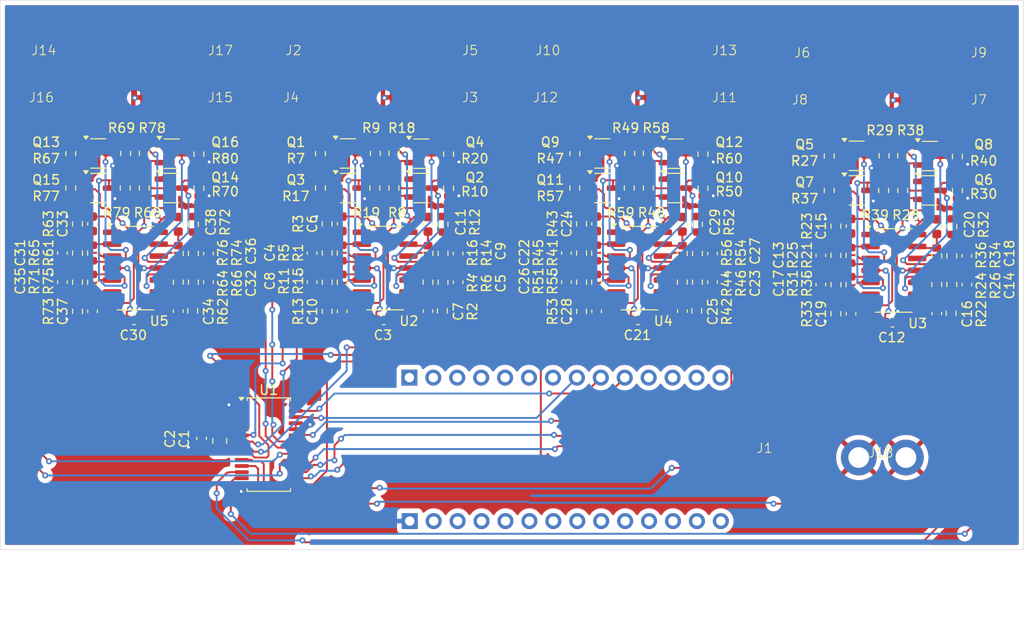
<source format=kicad_pcb>
(kicad_pcb (version 20240108) (generator "pcbnew") (generator_version "8.0")
  (layers (0 "F.Cu" signal) (31 "B.Cu" signal) (34 "B.Paste" user) (35 "F.Paste" user) (36 "B.SilkS" user "B.Silkscreen") (37 "F.SilkS" user "F.Silkscreen") (38 "B.Mask" user) (39 "F.Mask" user) (44 "Edge.Cuts" user))
  (net 0 "")
  (net 1 "+3.3V")
  (net 2 "GND")
  (net 3 "/bus1.PWM_SP2")
  (net 4 "/nOE")
  (net 5 "/bus3.PWM_SP2")
  (net 6 "/bus2.PWM_SP2")
  (net 7 "/bus0.PWM_SP1")
  (net 8 "/bus1.PWM_SP0")
  (net 9 "/bus3.PWM_SP1")
  (net 10 "/SCL")
  (net 11 "/bus2.PWM_SP3")
  (net 12 "/bus1.PWM_SP3")
  (net 13 "/bus2.PWM_SP0")
  (net 14 "/bus0.PWM_SP0")
  (net 15 "/bus3.PWM_SP3")
  (net 16 "/SDA")
  (net 17 "/bus2.PWM_SP1")
  (net 18 "/bus1.PWM_SP1")
  (net 19 "/bus0.PWM_SP3")
  (net 20 "/bus0.PWM_SP2")
  (net 21 "/bus3.PWM_SP0")
  (net 22 "Net-(U2D--)")
  (net 23 "Net-(C10-Pad2)")
  (net 24 "Net-(C11-Pad2)")
  (net 25 "Net-(U2A--)")
  (net 26 "Net-(U2B-+)")
  (net 27 "Net-(U2C-+)")
  (net 28 "Net-(U2C--)")
  (net 29 "Net-(U2D-+)")
  (net 30 "Net-(U2B--)")
  (net 31 "Net-(C6-Pad2)")
  (net 32 "Net-(U2A-+)")
  (net 33 "Net-(C7-Pad2)")
  (net 34 "Net-(U3B--)")
  (net 35 "Net-(U3D-+)")
  (net 36 "Net-(C20-Pad2)")
  (net 37 "Net-(C19-Pad2)")
  (net 38 "Net-(C15-Pad2)")
  (net 39 "Net-(U3A-+)")
  (net 40 "Net-(U3C--)")
  (net 41 "Net-(U3C-+)")
  (net 42 "Net-(C16-Pad2)")
  (net 43 "Net-(U3A--)")
  (net 44 "Net-(U3D--)")
  (net 45 "Net-(U3B-+)")
  (net 46 "Net-(U4C-+)")
  (net 47 "Net-(C28-Pad2)")
  (net 48 "Net-(C29-Pad2)")
  (net 49 "Net-(U4A-+)")
  (net 50 "Net-(U4D-+)")
  (net 51 "Net-(C25-Pad2)")
  (net 52 "Net-(C24-Pad2)")
  (net 53 "Net-(U4B--)")
  (net 54 "Net-(U4B-+)")
  (net 55 "Net-(U4C--)")
  (net 56 "Net-(U4A--)")
  (net 57 "Net-(U4D--)")
  (net 58 "Net-(U5C--)")
  (net 59 "Net-(U5C-+)")
  (net 60 "Net-(C37-Pad2)")
  (net 61 "Net-(U5A--)")
  (net 62 "Net-(U5B--)")
  (net 63 "Net-(C33-Pad2)")
  (net 64 "Net-(U5B-+)")
  (net 65 "Net-(C38-Pad2)")
  (net 66 "Net-(U5D-+)")
  (net 67 "Net-(C34-Pad2)")
  (net 68 "Net-(U5A-+)")
  (net 69 "Net-(U5D--)")
  (net 94 "/Quad_Current_Driver/I_SNS_0")
  (net 95 "Net-(J2-Pin_2)")
  (net 96 "Net-(Q1-G)")
  (net 97 "Net-(Q2-G)")
  (net 98 "Net-(J3-Pin_2)")
  (net 99 "/Quad_Current_Driver/I_SNS_2")
  (net 100 "Net-(J4-Pin_2)")
  (net 101 "Net-(Q3-G)")
  (net 102 "/Quad_Current_Driver/I_SNS_1")
  (net 103 "Net-(J5-Pin_2)")
  (net 104 "/Quad_Current_Driver/I_SNS_3")
  (net 105 "Net-(Q4-G)")
  (net 106 "Net-(J6-Pin_2)")
  (net 107 "/Quad_Current_Driver1/I_SNS_0")
  (net 108 "Net-(Q5-G)")
  (net 109 "Net-(J7-Pin_2)")
  (net 110 "Net-(Q6-G)")
  (net 111 "/Quad_Current_Driver1/I_SNS_2")
  (net 112 "/Quad_Current_Driver1/I_SNS_1")
  (net 113 "Net-(J8-Pin_2)")
  (net 114 "Net-(Q7-G)")
  (net 115 "Net-(J9-Pin_2)")
  (net 116 "/Quad_Current_Driver1/I_SNS_3")
  (net 117 "Net-(Q8-G)")
  (net 118 "Net-(Q9-G)")
  (net 119 "Net-(J10-Pin_2)")
  (net 120 "/Quad_Current_Driver2/I_SNS_0")
  (net 121 "/Quad_Current_Driver2/I_SNS_2")
  (net 122 "Net-(Q10-G)")
  (net 123 "Net-(J11-Pin_2)")
  (net 124 "/Quad_Current_Driver2/I_SNS_1")
  (net 125 "Net-(J12-Pin_2)")
  (net 126 "Net-(Q11-G)")
  (net 127 "/Quad_Current_Driver2/I_SNS_3")
  (net 128 "Net-(J13-Pin_2)")
  (net 129 "Net-(Q12-G)")
  (net 130 "Net-(Q13-G)")
  (net 131 "/Quad_Current_Driver3/I_SNS_0")
  (net 132 "Net-(J14-Pin_2)")
  (net 133 "Net-(Q14-G)")
  (net 134 "/Quad_Current_Driver3/I_SNS_2")
  (net 135 "Net-(J15-Pin_2)")
  (net 136 "Net-(Q15-G)")
  (net 137 "Net-(J16-Pin_2)")
  (net 138 "/Quad_Current_Driver3/I_SNS_1")
  (net 139 "Net-(J17-Pin_2)")
  (net 140 "/Quad_Current_Driver3/I_SNS_3")
  (net 141 "Net-(Q16-G)")
  (footprint "Resistor_SMD:R_0603_1608Metric" (layer "F.Cu") (at 141.4125 88.175 -90)
    (property "Reference" "R18")
    (property "Value" "R_US")
  )
  (footprint "Resistor_SMD:R_0603_1608Metric" (layer "F.Cu") (at 162.925 98.775 90)
    (property "Reference" "R45")
    (property "Value" "R_US")
  )
  (footprint "Resistor_SMD:R_0603_1608Metric" (layer "F.Cu") (at 160.6125 91.875 -90)
    (property "Reference" "R57")
    (property "Value" "R_US")
  )
  (footprint "Resistor_SMD:R_0603_1608Metric" (layer "F.Cu") (at 114.9125 88.175 -90)
    (property "Reference" "R78")
    (property "Value" "R_US")
  )
  (footprint "Capacitor_SMD:C_0603_1608Metric" (layer "F.Cu") (at 135.925 95.675 90)
    (property "Reference" "C6")
    (property "Value" "C")
  )
  (footprint "ap_built:SMA_MHs_Small" (layer "F.Cu") (at 198.25 77.5)
    (property "Reference" "J9")
    (property "Value" "Conn_01x02_Socket")
  )
  (footprint "Resistor_SMD:R_0603_1608Metric" (layer "F.Cu") (at 145.025 98.825 90)
    (property "Reference" "R16")
    (property "Value" "R_US")
  )
  (footprint "Package_SO:SOIC-14_3.9x8.7mm_P1.27mm" (layer "F.Cu") (at 113.975 100.375)
    (property "Reference" "U5")
    (property "Value" "TLV9044")
  )
  (footprint "ap_built:SMA_MHs_Small" (layer "F.Cu") (at 171.25 77.25)
    (property "Reference" "J13")
    (property "Value" "Conn_01x02_Socket")
  )
  (footprint "Resistor_SMD:R_0603_1608Metric" (layer "F.Cu") (at 146.625 98.825 -90)
    (property "Reference" "R14")
    (property "Value" "R_US")
  )
  (footprint "Resistor_SMD:R_0603_1608Metric" (layer "F.Cu") (at 120.125 95.725 90)
    (property "Reference" "R72")
    (property "Value" "R_US")
  )
  (footprint "Capacitor_SMD:C_0603_1608Metric" (layer "F.Cu") (at 162.925 95.675 90)
    (property "Reference" "C24")
    (property "Value" "C")
  )
  (footprint "Capacitor_SMD:C_0603_1608Metric" (layer "F.Cu") (at 140.325 105.875)
    (property "Reference" "C3")
    (property "Value" "C")
  )
  (footprint "Resistor_SMD:R_0603_1608Metric" (layer "F.Cu") (at 139.3875 91.875 90)
    (property "Reference" "R19")
    (property "Value" "R_US")
  )
  (footprint "Capacitor_SMD:C_0603_1608Metric" (layer "F.Cu") (at 186.725 99.025 -90)
    (property "Reference" "C13")
    (property "Value" "C")
  )
  (footprint "Resistor_SMD:R_0603_1608Metric" (layer "F.Cu") (at 107.825 101.875 90)
    (property "Reference" "R71")
    (property "Value" "R_US")
  )
  (footprint "ap_built:SMA_MHs_Small" (layer "F.Cu") (at 163.25 77.25)
    (property "Reference" "J10")
    (property "Value" "Conn_01x02_Socket")
  )
  (footprint "Resistor_SMD:R_0603_1608Metric" (layer "F.Cu") (at 147.2125 88.275 90)
    (property "Reference" "R20")
    (property "Value" "R_US")
  )
  (footprint "Resistor_SMD:R_0603_1608Metric" (layer "F.Cu") (at 193.4375 88.45 90)
    (property "Reference" "R29")
    (property "Value" "R_US")
  )
  (footprint "Resistor_SMD:R_0603_1608Metric" (layer "F.Cu") (at 147.2125 91.9 90)
    (property "Reference" "R10")
    (property "Value" "R_US")
  )
  (footprint "Resistor_SMD:R_0603_1608Metric" (layer "F.Cu") (at 161.325 95.675 90)
    (property "Reference" "R43")
    (property "Value" "R_US")
  )
  (footprint "Resistor_SMD:R_0603_1608Metric" (layer "F.Cu") (at 187.6125 88.475 -90)
    (property "Reference" "R27")
    (property "Value" "R_US")
  )
  (footprint "Resistor_SMD:R_0603_1608Metric" (layer "F.Cu") (at 146.625 95.725 90)
    (property "Reference" "R12")
    (property "Value" "R_US")
  )
  (footprint "Resistor_SMD:R_0603_1608Metric" (layer "F.Cu") (at 120.7125 88.275 90)
    (property "Reference" "R80")
    (property "Value" "R_US")
  )
  (footprint "Capacitor_SMD:C_0603_1608Metric" (layer "F.Cu") (at 132.725 101.875 90)
    (property "Reference" "C8")
    (property "Value" "C")
  )
  (footprint "Resistor_SMD:R_0603_1608Metric" (layer "F.Cu") (at 172.025 98.825 90)
    (property "Reference" "R56")
    (property "Value" "R_US")
  )
  (footprint "Capacitor_SMD:C_0603_1608Metric" (layer "F.Cu") (at 145.025 95.725 90)
    (property "Reference" "C11")
    (property "Value" "C")
  )
  (footprint "ap_built:SMA_MHs" (layer "F.Cu") (at 193.1 120.5)
    (property "Reference" "J18")
    (property "Value" "Conn_01x02_Socket")
  )
  (footprint "Package_SO:TSSOP-28_4.4x9.7mm_P0.65mm" (layer "F.Cu") (at 128.125 119.125)
    (property "Reference" "U1")
    (property "Value" "PCA9685PW")
  )
  (footprint "Package_TO_SOT_SMD:SOT-23-3" (layer "F.Cu") (at 163.525 88.2)
    (property "Reference" "Q9")
    (property "Value" "NMOS")
  )
  (footprint "Capacitor_SMD:C_0603_1608Metric" (layer "F.Cu") (at 106.225 101.875 90)
    (property "Reference" "C35")
    (property "Value" "C")
  )
  (footprint "Package_SO:SOIC-14_3.9x8.7mm_P1.27mm" (layer "F.Cu") (at 194.475 100.625)
    (property "Reference" "U3")
    (property "Value" "TLV9044")
  )
  (footprint "Resistor_SMD:R_0603_1608Metric" (layer "F.Cu") (at 162.925 101.875 -90)
    (property "Reference" "R55")
    (property "Value" "R_US")
  )
  (footprint "Capacitor_SMD:C_0603_1608Metric" (layer "F.Cu") (at 109.425 104.975 -90)
    (property "Reference" "C37")
    (property "Value" "C")
  )
  (footprint "Resistor_SMD:R_0603_1608Metric" (layer "F.Cu") (at 134.325 95.675 90)
    (property "Reference" "R3")
    (property "Value" "R_US")
  )
  (footprint "Resistor_SMD:R_0603_1608Metric" (layer "F.Cu") (at 173.55 104.925 -90)
    (property "Reference" "R42")
    (property "Value" "R_US")
  )
  (footprint "Resistor_SMD:R_0603_1608Metric" (layer "F.Cu") (at 118.525 101.875 -90)
    (property "Reference" "R66")
    (property "Value" "R_US")
  )
  (footprint "Capacitor_SMD:C_0603_1608Metric" (layer "F.Cu") (at 145.025 104.95 -90)
    (property "Reference" "C7")
    (property "Value" "C")
  )
  (footprint "Package_TO_SOT_SMD:SOT-23-3" (layer "F.Cu") (at 198.3125 88.475)
    (property "Reference" "Q8")
    (property "Value" "NMOS")
  )
  (footprint "Resistor_SMD:R_0603_1608Metric" (layer "F.Cu") (at 145.025 101.875 -90)
    (property "Reference" "R6")
    (property "Value" "R_US")
  )
  (footprint "ap_built:SMA_MHs_Small" (layer "F.Cu") (at 163.25 82.25)
    (property "Reference" "J12")
    (property "Value" "Conn_01x02_Socket")
  )
  (footprint "Resistor_SMD:R_0603_1608Metric" (layer "F.Cu") (at 166.3875 91.875 90)
    (property "Reference" "R59")
    (property "Value" "R_US")
  )
  (footprint "Capacitor_SMD:C_0603_1608Metric" (layer "F.Cu") (at 175.225 98.825 -90)
    (property "Reference" "C27")
    (property "Value" "C")
  )
  (footprint "Capacitor_SMD:C_0603_1608Metric" (layer "F.Cu") (at 199.025 95.975 90)
    (property "Reference" "C20")
    (property "Value" "C")
  )
  (footprint "ap_built:SMA_MHs_Small" (layer "F.Cu") (at 117.75 82.25)
    (property "Reference" "J15")
    (property "Value" "Conn_01x02_Socket")
  )
  (footprint "Resistor_SMD:R_0603_1608Metric" (layer "F.Cu") (at 168.4125 91.875 -90)
    (property "Reference" "R48")
    (property "Value" "R_US")
  )
  (footprint "Resistor_SMD:R_0603_1608Metric" (layer "F.Cu") (at 193.3875 92.125 90)
    (property "Reference" "R39")
    (property "Value" "R_US")
  )
  (footprint "Capacitor_SMD:C_0603_1608Metric" (layer "F.Cu") (at 175.225 101.875 90)
    (property "Reference" "C23")
    (property "Value" "C")
  )
  (footprint "Resistor_SMD:R_0603_1608Metric" (layer "F.Cu") (at 187.6125 92.125 -90)
    (property "Reference" "R37")
    (property "Value" "R_US")
  )
  (footprint "Capacitor_SMD:C_0603_1608Metric" (layer "F.Cu") (at 106.225 98.775 -90)
    (property "Reference" "C31")
    (property "Value" "C")
  )
  (footprint "Resistor_SMD:R_0603_1608Metric" (layer "F.Cu") (at 133.6125 91.875 -90)
    (property "Reference" "R17")
    (property "Value" "R_US")
  )
  (footprint "Package_TO_SOT_SMD:SOT-23-3" (layer "F.Cu") (at 190.525 92.125)
    (property "Reference" "Q7")
    (property "Value" "NMOS")
  )
  (footprint "Capacitor_SMD:C_0603_1608Metric" (layer "F.Cu") (at 135.925 104.975 -90)
    (property "Reference" "C10")
    (property "Value" "C")
  )
  (footprint "Capacitor_SMD:C_0603_1608Metric" (layer "F.Cu") (at 189.925 105.225 -90)
    (property "Reference" "C19")
    (property "Value" "C")
  )
  (footprint "Resistor_SMD:R_0603_1608Metric" (layer "F.Cu") (at 160.6125 88.225 -90)
    (property "Reference" "R47")
    (property "Value" "R_US")
  )
  (footprint "Capacitor_SMD:C_0603_1608Metric" (layer "F.Cu") (at 202.225 102.125 90)
    (property "Reference" "C14")
    (property "Value" "C")
  )
  (footprint "Capacitor_SMD:C_0603_1608Metric" (layer "F.Cu") (at 189.925 95.925 90)
    (property "Reference" "C15")
    (property "Value" "C")
  )
  (footprint "Package_TO_SOT_SMD:SOT-23-3" (layer "F.Cu") (at 171.3125 91.875)
    (property "Reference" "Q10")
    (property "Value" "NMOS")
  )
  (footprint "Package_TO_SOT_SMD:SOT-23-3" (layer "F.Cu") (at 110.025 88.2)
    (property "Reference" "Q13")
    (property "Value" "NMOS")
  )
  (footprint "Resistor_SMD:R_0603_1608Metric" (layer "F.Cu") (at 161.325 98.775 -90)
    (property "Reference" "R41")
    (property "Value" "R_US")
  )
  (footprint "Resistor_SMD:R_0603_1608Metric" (layer "F.Cu") (at 199.025 102.125 -90)
    (property "Reference" "R26")
    (property "Value" "R_US")
  )
  (footprint "Package_TO_SOT_SMD:SOT-23-3" (layer "F.Cu") (at 136.525 91.875)
    (property "Reference" "Q3")
    (property "Value" "NMOS")
  )
  (footprint "Resistor_SMD:R_0603_1608Metric" (layer "F.Cu") (at 174.2125 91.9 90)
    (property "Reference" "R50")
    (property "Value" "R_US")
  )
  (footprint "Package_TO_SOT_SMD:SOT-23-3" (layer "F.Cu") (at 198.3125 92.125)
    (property "Reference" "Q6")
    (property "Value" "NMOS")
  )
  (footprint "ap_built:SMA_MHs_Small" (layer "F.Cu") (at 198.25 82.5)
    (property "Reference" "J7")
    (property "Value" "Conn_01x02_Socket")
  )
  (footprint "Package_TO_SOT_SMD:SOT-23-3" (layer "F.Cu") (at 144.3125 88.225)
    (property "Reference" "Q4")
    (property "Value" "NMOS")
  )
  (footprint "Capacitor_SMD:C_0603_1608Metric" (layer "F.Cu") (at 194.325 106.125)
    (property "Reference" "C12")
    (property "Value" "C")
  )
  (footprint "Resistor_SMD:R_0603_1608Metric" (layer "F.Cu") (at 195.4125 92.125 -90)
    (property "Reference" "R28")
    (property "Value" "R_US")
  )
  (footprint "ap_built:SMA_MHs_Small" (layer "F.Cu") (at 117.75 77.25)
    (property "Reference" "J17")
    (property "Value" "Conn_01x02_Socket")
  )
  (footprint "Resistor_SMD:R_0603_1608Metric" (layer "F.Cu") (at 114.9125 91.875 -90)
    (property "Reference" "R68")
    (property "Value" "R_US")
  )
  (footprint "Resistor_SMD:R_0603_1608Metric" (layer "F.Cu") (at 166.4375 88.2 90)
    (property "Reference" "R49")
    (property "Value" "R_US")
  )
  (footprint "Resistor_SMD:R_0603_1608Metric" (layer "F.Cu") (at 133.6125 88.225 -90)
    (property "Reference" "R7")
    (property "Value" "R_US")
  )
  (footprint "Package_TO_SOT_SMD:SOT-23-3" (layer "F.Cu") (at 171.3125 88.225)
    (property "Reference" "Q12")
    (property "Value" "NMOS")
  )
  (footprint "Resistor_SMD:R_0603_1608Metric" (layer "F.Cu") (at 195.4125 88.425 -90)
    (property "Reference" "R38")
    (property "Value" "R_US")
  )
  (footprint "Capacitor_SMD:C_0603_1608Metric" (layer "F.Cu") (at 109.425 95.675 90)
    (property "Reference" "C33")
    (property "Value" "C")
  )
  (footprint "ap_built:SMA_MHs_Small" (layer "F.Cu") (at 190.25 77.5)
    (property "Reference" "J6")
    (property "Value" "Conn_01x02_Socket")
  )
  (footprint "Resistor_SMD:R_0603_1608Metric" (layer "F.Cu") (at 139.4375 88.2 90)
    (property "Reference" "R9")
    (property "Value" "R_US")
  )
  (footprint "Resistor_SMD:R_0603_1608Metric" (layer "F.Cu") (at 188.325 99.025 -90)
    (property "Reference" "R21")
    (property "Value" "R_US")
  )
  (footprint "ap_built:SMA_MHs_Small" (layer "F.Cu") (at 136.25 82.25)
    (property "Reference" "J4")
    (property "Value" "Conn_01x02_Socket")
  )
  (footprint "ap_built:Teensy_4_0" (layer "F.Cu") (at 158.33 127.25 90)
    (property "Reference" "J1")
    (property "Value" "Conn_02x14_Counter_Clockwise")
  )
  (footprint "ap_built:SMA_MHs_Small" (layer "F.Cu") (at 144.25 77.25)
    (property "Reference" "J5")
    (property "Value" "Conn_01x02_Socket")
  )
  (footprint "Resistor_SMD:R_0603_1608Metric" (layer "F.Cu") (at 146.55 104.925 -90)
    (property "Reference" "R2")
    (property "Value" "R_US")
  )
  (footprint "Resistor_SMD:R_0603_1608Metric" (layer "F.Cu") (at 134.325 101.875 90)
    (property "Reference" "R11")
    (property "Value" "R_US")
  )
  (footprint "Resistor_SMD:R_0603_1608Metric" (layer "F.Cu") (at 120.125 101.875 90)
    (property "Reference" "R64")
    (property "Value" "R_US")
  )
  (footprint "Resistor_SMD:R_0603_1608Metric" (layer "F.Cu") (at 109.425 98.775 90)
    (property "Reference" "R65")
    (property "Value" "R_US")
  )
  (footprint "Resistor_SMD:R_0603_1608Metric" (layer "F.Cu") (at 107.1125 88.225 -90)
    (property "Reference" "R67")
    (property "Value" "R_US")
  )
  (footprint "Capacitor_SMD:C_0603_1608Metric" (layer "F.Cu") (at 162.925 104.975 -90)
    (property "Reference" "C28")
    (property "Value" "C")
  )
  (footprint "Package_SO:SOIC-14_3.9x8.7mm_P1.27mm" (layer "F.Cu") (at 167.475 100.375)
    (property "Reference" "U4")
    (property "Value" "TLV9044")
  )
  (footprint "Package_TO_SOT_SMD:SOT-23-3" (layer "F.Cu") (at 117.8125 88.225)
    (property "Reference" "Q16")
    (property "Value" "NMOS")
  )
  (footprint "Resistor_SMD:R_0603_1608Metric" (layer "F.Cu") (at 120.7125 91.9 90)
    (property "Reference" "R70")
    (property "Value" "R_US")
  )
  (footprint "Package_TO_SOT_SMD:SOT-23-3" (layer "F.Cu") (at 117.8125 91.875)
    (property "Reference" "Q14")
    (property "Value" "NMOS")
  )
  (footprint "Package_SO:SOIC-14_3.9x8.7mm_P1.27mm" (layer "F.Cu") (at 140.475 100.375)
    (property "Reference" "U2")
    (property "Value" "TLV9044")
  )
  (footprint "ap_built:SMA_MHs_Small" (layer "F.Cu") (at 136.25 77.25)
    (property "Reference" "J2")
    (property "Value" "Conn_01x02_Socket")
  )
  (footprint "Resistor_SMD:R_0603_1608Metric" (layer "F.Cu") (at 107.825 95.675 90)
    (property "Reference" "R63")
    (property "Value" "R_US")
  )
  (footprint "Resistor_SMD:R_0603_1608Metric" (layer "F.Cu") (at 107.825 98.775 -90)
    (property "Reference" "R61")
    (property "Value" "R_US")
  )
  (footprint "Resistor_SMD:R_0603_1608Metric" (layer "F.Cu") (at 107.825 104.975 -90)
    (property "Reference" "R73")
    (property "Value" "R_US")
  )
  (footprint "Resistor_SMD:R_0603_1608Metric" (layer "F.Cu") (at 161.325 101.875 90)
    (property "Reference" "R51")
    (property "Value" "R_US")
  )
  (footprint "Resistor_SMD:R_0603_1608Metric" (layer "F.Cu") (at 189.925 99.025 90)
    (property "Reference" "R25")
    (property "Value" "R_US")
  )
  (footprint "Capacitor_SMD:C_0603_1608Metric" (layer "F.Cu") (at 121.725 101.875 90)
    (property "Reference" "C32")
    (property "Value" "C")
  )
  (footprint "Capacitor_SMD:C_0603_1608Metric" (layer "F.Cu") (at 148.225 98.825 -90)
    (property "Reference" "C9")
    (property "Value" "C")
  )
  (footprint "Resistor_SMD:R_0603_1608Metric" (layer "F.Cu") (at 200.625 95.975 90)
    (property "Reference" "R32")
    (property "Value" "R_US")
  )
  (footprint "Resistor_SMD:R_0603_1608Metric" (layer "F.Cu") (at 201.2125 88.525 90)
    (property "Reference" "R40")
    (property "Value" "R_US")
  )
  (footprint "Resistor_SMD:R_0603_1608Metric" (layer "F.Cu") (at 174.2125 88.275 90)
    (property "Reference" "R60")
    (property "Value" "R_US")
  )
  (footprint "Capacitor_SMD:C_0603_1608Metric" (layer "F.Cu") (at 148.225 101.875 90)
    (property "Reference" "C5")
    (property "Value" "C")
  )
  (footprint "Resistor_SMD:R_0603_1608Metric" (layer "F.Cu") (at 172.025 101.875 -90)
    (property "Reference" "R46")
    (property "Value" "R_US")
  )
  (footprint "Capacitor_SMD:C_0603_1608Metric" (layer "F.Cu") (at 172.025 95.725 90)
    (property "Reference" "C29")
    (property "Value" "C")
  )
  (footprint "Capacitor_SMD:C_0603_1608Metric" (layer "F.Cu") (at 202.225 99.075 -90)
    (property "Reference" "C18")
    (property "Value" "C")
  )
  (footprint "Resistor_SMD:R_0603_1608Metric" (layer "F.Cu") (at 146.625 101.875 90)
    (property "Reference" "R4")
    (property "Value" "R_US")
  )
  (footprint "Package_TO_SOT_SMD:SOT-23-3" (layer "F.Cu") (at 110.025 91.875)
    (property "Reference" "Q15")
    (property "Value" "NMOS")
  )
  (footprint "Package_TO_SOT_SMD:SOT-23-3" (layer "F.Cu") (at 163.525 91.875)
    (property "Reference" "Q11")
    (property "Value" "NMOS")
  )
  (footprint "Capacitor_SMD:C_0603_1608Metric" (layer "F.Cu") (at 172.025 104.95 -90)
    (property "Reference" "C25")
    (property "Value" "C")
  )
  (footprint "ap_built:SMA_MHs_Small" (layer "F.Cu") (at 190.25 82.5)
    (property "Reference" "J8")
    (property "Value" "Conn_01x02_Socket")
  )
  (footprint "Capacitor_SMD:C_0603_1608Metric" (layer "F.Cu") (at 167.325 105.875)
    (property "Reference" "C21")
    (property "Value" "C")
  )
  (footprint "Resistor_SMD:R_0603_1608Metric" (layer "F.Cu") (at 109.425 101.875 -90)
    (property "Reference" "R75")
    (property "Value" "R_US")
  )
  (footprint "ap_built:SMA_MHs_Small" (layer "F.Cu") (at 144.25 82.25)
    (property "Reference" "J3")
    (property "Value" "Conn_01x02_Socket")
  )
  (footprint "Resistor_SMD:R_0603_1608Metric" (layer "F.Cu") (at 173.625 98.825 -90)
    (property "Reference" "R54")
    (property "Value" "R_US")
  )
  (footprint "Capacitor_SMD:C_0603_1608Metric" (layer "F.Cu") (at 132.725 98.775 -90)
    (property "Reference" "C4")
    (property "Value" "C")
  )
  (footprint "Resistor_SMD:R_0603_1608Metric" (layer "F.Cu") (at 199.025 99.075 90)
    (property "Reference" "R36")
    (property "Value" "R_US")
  )
  (footprint "Capacitor_SMD:C_0603_1608Metric" (layer "F.Cu") (at 118.525 95.725 90)
    (property "Reference" "C38")
    (property "Value" "C")
  )
  (footprint "Package_TO_SOT_SMD:SOT-23-3" (layer "F.Cu") (at 190.525 88.45)
    (property "Reference" "Q5")
    (property "Value" "NMOS")
  )
  (footprint "ap_built:SMA_MHs_Small" (layer "F.Cu") (at 109.75 77.25)
    (property "Reference" "J14")
    (property "Value" "Conn_01x02_Socket")
  )
  (footprint "Capacitor_SMD:C_0603_1608Metric" (layer "F.Cu") (at 118.525 104.95 -90)
    (property "Reference" "C34")
    (property "Value" "C")
  )
  (footprint "Resistor_SMD:R_0603_1608Metric" (layer "F.Cu") (at 135.925 101.875 -90)
    (property "Reference" "R15")
    (property "Value" "R_US")
  )
  (footprint "Resistor_SMD:R_0603_1608Metric" (layer "F.Cu") (at 120.05 104.925 -90)
    (property "Reference" "R62")
    (property "Value" "R_US")
  )
  (footprint "Resistor_SMD:R_0603_1608Metric" (layer "F.Cu") (at 200.55 105.175 -90)
    (property "Reference" "R22")
    (property "Value" "R_US")
  )
  (footprint "Capacitor_SMD:C_0805_2012Metric" (layer "F.Cu") (at 122.925 118.725 -90)
    (property "Reference" "C1")
    (property "Value" "2.2uF")
  )
  (footprint "Resistor_SMD:R_0603_1608Metric" (layer "F.Cu") (at 189.925 102.125 -90)
    (property "Reference" "R35")
    (property "Value" "R_US")
  )
  (footprint "Capacitor_SMD:C_0603_1608Metric" (layer "F.Cu") (at 121 118.475 -90)
    (property "Reference" "C2")
    (property "Value" "100nF")
  )
  (footprint "Resistor_SMD:R_0603_1608Metric" (layer "F.Cu") (at 161.325 104.975 -90)
    (property "Reference" "R53")
    (property "Value" "R_US")
  )
  (footprint "Resistor_SMD:R_0603_1608Metric" (layer "F.Cu") (at 188.325 95.925 90)
    (property "Reference" "R23")
    (property "Value" "R_US")
  )
  (footprint "Capacitor_SMD:C_0603_1608Metric" (layer "F.Cu") (at 199.025 105.2 -90)
    (property "Reference" "C16")
    (property "Value" "C")
  )
  (footprint "Capacitor_SMD:C_0603_1608Metric" (layer "F.Cu") (at 113.825 105.875)
    (property "Reference" "C30")
    (property "Value" "C")
  )
  (footprint "Capacitor_SMD:C_0603_1608Metric" (layer "F.Cu") (at 186.725 102.125 90)
    (property "Reference" "C17")
    (property "Value" "C")
  )
  (footprint "Resistor_SMD:R_0603_1608Metric" (layer "F.Cu") (at 118.525 98.825 90)
    (property "Reference" "R76")
    (property "Value" "R_US")
  )
  (footprint "Package_TO_SOT_SMD:SOT-23-3" (layer "F.Cu") (at 144.3125 91.875)
    (property "Reference" "Q2")
    (property "Value" "NMOS")
  )
  (footprint "Resistor_SMD:R_0603_1608Metric" (layer "F.Cu") (at 188.325 105.225 -90)
    (property "Reference" "R33")
    (property "Value" "R_US")
  )
  (footprint "Resistor_SMD:R_0603_1608Metric" (layer "F.Cu") (at 134.325 98.775 -90)
    (property "Reference" "R1")
    (property "Value" "R_US")
  )
  (footprint "Resistor_SMD:R_0603_1608Metric" (layer "F.Cu") (at 173.625 95.725 90)
    (property "Reference" "R52")
    (property "Value" "R_US")
  )
  (footprint "Resistor_SMD:R_0603_1608Metric" (layer "F.Cu") (at 188.325 102.125 90)
    (property "Reference" "R31")
    (property "Value" "R_US")
  )
  (footprint "Resistor_SMD:R_0603_1608Metric" (layer "F.Cu") (at 200.625 102.125 90)
    (property "Reference" "R24")
    (property "Value" "R_US")
  )
  (footprint "Resistor_SMD:R_0603_1608Metric" (layer "F.Cu") (at 135.925 98.775 90)
    (property "Reference" "R5")
    (property "Value" "R_US")
  )
  (footprint "Resistor_SMD:R_0603_1608Metric" (layer "F.Cu") (at 141.4125 91.875 -90)
    (property "Reference" "R8")
    (property "Value" "R_US")
  )
  (footprint "ap_built:SMA_MHs_Small" (layer "F.Cu") (at 109.75 82.25)
    (property "Reference" "J16")
    (property "Value" "Conn_01x02_Socket")
  )
  (footprint "Resistor_SMD:R_0603_1608Metric" (layer "F.Cu") (at 120.125 98.825 -90)
    (property "Reference" "R74")
    (property "Value" "R_US")
  )
  (footprint "Resistor_SMD:R_0603_1608Metric" (layer "F.Cu") (at 112.8875 91.875 90)
    (property "Reference" "R79")
    (property "Value" "R_US")
  )
  (footprint "ap_built:SMA_MHs_Small" (layer "F.Cu") (at 171.25 82.25)
    (property "Reference" "J11")
    (property "Value" "Conn_01x02_Socket")
  )
  (footprint "Resistor_SMD:R_0603_1608Metric" (layer "F.Cu") (at 112.9375 88.2 90)
    (property "Reference" "R69")
    (property "Value" "R_US")
  )
  (footprint "Capacitor_SMD:C_0603_1608Metric" (layer "F.Cu") (at 121.725 98.825 -90)
    (property "Reference" "C36")
    (property "Value" "C")
  )
  (footprint "Resistor_SMD:R_0603_1608Metric" (layer "F.Cu") (at 173.625 101.875 90)
    (property "Reference" "R44")
    (property "Value" "R_US")
  )
  (footprint "Capacitor_SMD:C_0603_1608Metric" (layer "F.Cu") (at 159.725 101.875 90)
    (property "Reference" "C26")
    (property "Value" "C")
  )
  (footprint "Resistor_SMD:R_0603_1608Metric" (layer "F.Cu") (at 201.2125 92.15 90)
    (property "Reference" "R30")
    (property "Value" "R_US")
  )
  (footprint "Capacitor_SMD:C_0603_1608Metric" (layer "F.Cu") (at 159.725 98.775 -90)
    (property "Reference" "C22")
    (property "Value" "C")
  )
  (footprint "Resistor_SMD:R_0603_1608Metric" (layer "F.Cu") (at 134.325 104.975 -90)
    (property "Reference" "R13")
    (property "Value" "R_US")
  )
  (footprint "Package_TO_SOT_SMD:SOT-23-3" (layer "F.Cu") (at 136.525 88.2)
    (property "Reference" "Q1")
    (property "Value" "NMOS")
  )
  (footprint "Resistor_SMD:R_0603_1608Metric" (layer "F.Cu") (at 200.625 99.075 -90)
    (property "Reference" "R34")
    (property "Value" "R_US")
  )
  (footprint "Resistor_SMD:R_0603_1608Metric" (layer "F.Cu") (at 168.4125 88.175 -90)
    (property "Reference" "R58")
    (property "Value" "R_US")
  )
  (footprint "Resistor_SMD:R_0603_1608Metric" (layer "F.Cu") (at 107.1125 91.875 -90)
    (property "Reference" "R77")
    (property "Value" "R_US")
  )
  (gr_rect (start 99.625 71.95) (end 208.225 130.275) (stroke (width 0.05)) (fill none) (layer "Edge.Cuts"))
  (segment (start 107.75 80.95) (end 108.3 80.4) (width 0.3048) (layer "F.Cu") (net 1))
  (segment (start 115.75 82.25) (end 115.75 77.25) (width 0.3048) (layer "F.Cu") (net 1))
  (segment (start 161.25 80.95) (end 161.8 80.4) (width 0.3048) (layer "F.Cu") (net 1))
  (segment (start 113.05 105.05) (end 113.4 104.7) (width 0.2032) (layer "F.Cu") (net 1))
  (segment (start 134.25 80.95) (end 134.8 80.4) (width 0.3048) (layer "F.Cu") (net 1))
  (segment (start 165 100.375) (end 166.575 100.375) (width 0.2032) (layer "F.Cu") (net 1))
  (segment (start 193.55 105.3) (end 193.9 104.95) (width 0.2032) (layer "F.Cu") (net 1))
  (segment (start 138 100.375) (end 139.575 100.375) (width 0.2032) (layer "F.Cu") (net 1))
  (segment (start 113.95 82.25) (end 113.9 82.3) (width 0.3048) (layer "F.Cu") (net 1))
  (segment (start 188.25 82.5) (end 188.25 81.2) (width 0.3048) (layer "F.Cu") (net 1))
  (segment (start 193.55 106.125) (end 193.55 105.3) (width 0.2032) (layer "F.Cu") (net 1))
  (segment (start 107.75 82.25) (end 107.75 80.95) (width 0.3048) (layer "F.Cu") (net 1))
  (segment (start 115.75 82.25) (end 113.95 82.25) (width 0.508) (layer "F.Cu") (net 1))
  (segment (start 142.25 82.25) (end 140.45 82.25) (width 0.508) (layer "F.Cu") (net 1))
  (segment (start 169.25 82.25) (end 169.25 77.25) (width 0.3048) (layer "F.Cu") (net 1))
  (segment (start 194.45 82.5) (end 194.4 82.55) (width 0.3048) (layer "F.Cu") (net 1))
  (segment (start 192 100.625) (end 193.575 100.625) (width 0.2032) (layer "F.Cu") (net 1))
  (segment (start 140.45 82.25) (end 140.4 82.3) (width 0.3048) (layer "F.Cu") (net 1))
  (segment (start 113.9 82.3) (end 113.9 74.9) (width 0.508) (layer "F.Cu") (net 1))
  (segment (start 139.55 105.875) (end 139.55 105.05) (width 0.2032) (layer "F.Cu") (net 1))
  (segment (start 167.45 82.25) (end 167.4 82.3) (width 0.3048) (layer "F.Cu") (net 1))
  (segment (start 139.55 105.05) (end 139.9 104.7) (width 0.2032) (layer "F.Cu") (net 1))
  (segment (start 193.575 100.625) (end 193.6 100.65) (width 0.2032) (layer "F.Cu") (net 1))
  (segment (start 188.25 81.2) (end 188.8 80.65) (width 0.3048) (layer "F.Cu") (net 1))
  (segment (start 142.25 82.25) (end 142.25 77.25) (width 0.3048) (layer "F.Cu") (net 1))
  (segment (start 166.55 105.875) (end 166.55 105.05) (width 0.2032) (layer "F.Cu") (net 1))
  (segment (start 111.5 100.375) (end 113.075 100.375) (width 0.2032) (layer "F.Cu") (net 1))
  (segment (start 113.075 100.375) (end 113.1 100.4) (width 0.2032) (layer "F.Cu") (net 1))
  (segment (start 113.05 105.875) (end 113.05 105.05) (width 0.2032) (layer "F.Cu") (net 1))
  (segment (start 166.55 105.05) (end 166.9 104.7) (width 0.2032) (layer "F.Cu") (net 1))
  (segment (start 139.575 100.375) (end 139.6 100.4) (width 0.2032) (layer "F.Cu") (net 1))
  (segment (start 169.25 82.25) (end 167.45 82.25) (width 0.508) (layer "F.Cu") (net 1))
  (segment (start 196.25 82.5) (end 194.45 82.5) (width 0.508) (layer "F.Cu") (net 1))
  (segment (start 161.25 82.25) (end 161.25 80.95) (width 0.3048) (layer "F.Cu") (net 1))
  (segment (start 134.25 82.25) (end 134.25 80.95) (width 0.3048) (layer "F.Cu") (net 1))
  (segment (start 166.575 100.375) (end 166.6 100.4) (width 0.2032) (layer "F.Cu") (net 1))
  (segment (start 196.25 82.5) (end 196.25 77.5) (width 0.3048) (layer "F.Cu") (net 1))
  (via (at 194.4 82.55) (size 0.635) (drill 0.3048) (layers "F.Cu" "B.Cu") (net 1))
  (via (at 140.4 82.3) (size 0.635) (drill 0.3048) (layers "F.Cu" "B.Cu") (net 1))
  (via (at 139.6 100.4) (size 0.635) (drill 0.3048) (layers "F.Cu" "B.Cu") (net 1))
  (via (at 167.4 82.3) (size 0.635) (drill 0.3048) (layers "F.Cu" "B.Cu") (net 1))
  (via (at 166.9 104.7) (size 0.635) (drill 0.3048) (layers "F.Cu" "B.Cu") (net 1))
  (via (at 193.9 104.95) (size 0.635) (drill 0.3048) (layers "F.Cu" "B.Cu") (net 1))
  (via (at 113.9 82.3) (size 0.635) (drill 0.3048) (layers "F.Cu" "B.Cu") (net 1))
  (via (at 193.6 100.65) (size 0.635) (drill 0.3048) (layers "F.Cu" "B.Cu") (net 1))
  (via (at 139.9 104.7) (size 0.635) (drill 0.3048) (layers "F.Cu" "B.Cu") (net 1))
  (via (at 113.1 100.4) (size 0.635) (drill 0.3048) (layers "F.Cu" "B.Cu") (net 1))
  (via (at 166.6 100.4) (size 0.635) (drill 0.3048) (layers "F.Cu" "B.Cu") (net 1))
  (via (at 113.4 104.7) (size 0.635) (drill 0.3048) (layers "F.Cu" "B.Cu") (net 1))
  (segment (start 166.9 104.7) (end 166.938564 104.661436) (width 0.2032) (layer "B.Cu") (net 1))
  (segment (start 113.4 104.7) (end 113.438564 104.661436) (width 0.2032) (layer "B.Cu") (net 1))
  (segment (start 113.438564 104.661436) (end 113.438564 100.738564) (width 0.2032) (layer "B.Cu") (net 1))
  (segment (start 139.938564 100.738564) (end 139.6 100.4) (width 0.2032) (layer "B.Cu") (net 1))
  (segment (start 139.938564 104.661436) (end 139.938564 100.738564) (width 0.2032) (layer "B.Cu") (net 1))
  (segment (start 166.938564 100.738564) (end 166.6 100.4) (width 0.2032) (layer "B.Cu") (net 1))
  (segment (start 193.938564 100.988564) (end 193.6 100.65) (width 0.2032) (layer "B.Cu") (net 1))
  (segment (start 113.438564 100.738564) (end 113.1 100.4) (width 0.2032) (layer "B.Cu") (net 1))
  (segment (start 193.938564 104.911436) (end 193.938564 100.988564) (width 0.2032) (layer "B.Cu") (net 1))
  (segment (start 193.9 104.95) (end 193.938564 104.911436) (width 0.2032) (layer "B.Cu") (net 1))
  (segment (start 166.938564 104.661436) (end 166.938564 100.738564) (width 0.2032) (layer "B.Cu") (net 1))
  (segment (start 139.9 104.7) (end 139.938564 104.661436) (width 0.2032) (layer "B.Cu") (net 1))
  (segment (start 202.275 92.975) (end 202.3 92.95) (width 0.2032) (layer "F.Cu") (net 2))
  (segment (start 200.625 101.3) (end 202.175 101.3) (width 0.2032) (layer "F.Cu") (net 2))
  (segment (start 132.725 101.1) (end 131.5 101.1) (width 0.2032) (layer "F.Cu") (net 2))
  (segment (start 200.625 99.9) (end 202.175 99.9) (width 0.2032) (layer "F.Cu") (net 2))
  (segment (start 121 119.25) (end 119.75 119.25) (width 0.2032) (layer "F.Cu") (net 2))
  (segment (start 138.6 92.7) (end 138.3 93) (width 0.2032) (layer "F.Cu") (net 2))
  (segment (start 148.225 101.1) (end 149.4 101.1) (width 0.2032) (layer "F.Cu") (net 2))
  (segment (start 139.4375 89.025) (end 138.575 89.025) (width 0.2032) (layer "F.Cu") (net 2))
  (segment (start 116.45 100.375) (end 114.925 100.375) (width 0.2032) (layer "F.Cu") (net 2))
  (segment (start 134.325 105.8) (end 133.2 105.8) (width 0.2032) (layer "F.Cu") (net 2))
  (segment (start 166.4375 89.025) (end 165.575 89.025) (width 0.2032) (layer "F.Cu") (net 2))
  (segment (start 130.9875 116.85) (end 130.9875 117.5) (width 0.2032) (layer "F.Cu") (net 2))
  (segment (start 121.675 101.05) (end 121.725 101.1) (width 0.2032) (layer "F.Cu") (net 2))
  (segment (start 159.725 99.55) (end 159.725 101.1) (width 0.2032) (layer "F.Cu") (net 2))
  (segment (start 193.4375 89.275) (end 192.575 89.275) (width 0.2032) (layer "F.Cu") (net 2))
  (segment (start 169.95 100.375) (end 168.425 100.375) (width 0.2032) (layer "F.Cu") (net 2))
  (segment (start 165.575 89.025) (end 165.1 89.5) (width 0.2032) (layer "F.Cu") (net 2))
  (segment (start 112.8875 92.7) (end 112.1 92.7) (width 0.2032) (layer "F.Cu") (net 2))
  (segment (start 134.325 94.85) (end 133.25 94.85) (width 0.2032) (layer "F.Cu") (net 2))
  (segment (start 122.6 99.6) (end 122.7 99.7) (width 0.2032) (layer "F.Cu") (net 2))
  (segment (start 120.125 101.05) (end 121.675 101.05) (width 0.2032) (layer "F.Cu") (net 2))
  (segment (start 202.225 101.35) (end 203.35 101.35) (width 0.2032) (layer "F.Cu") (net 2))
  (segment (start 119.75 119.25) (end 119.6 119.4) (width 0.2032) (layer "F.Cu") (net 2))
  (segment (start 105.15 99.55) (end 105.1 99.5) (width 0.2032) (layer "F.Cu") (net 2))
  (segment (start 175.175 99.65) (end 175.225 99.6) (width 0.2032) (layer "F.Cu") (net 2))
  (segment (start 195.1 105.15) (end 194.9 104.95) (width 0.2032) (layer "F.Cu") (net 2))
  (segment (start 186.725 101.35) (end 185.45 101.35) (width 0.2032) (layer "F.Cu") (net 2))
  (segment (start 121.725 99.6) (end 122.6 99.6) (width 0.2032) (layer "F.Cu") (net 2))
  (segment (start 201.2125 89.35) (end 202.3 89.35) (width 0.2032) (layer "F.Cu") (net 2))
  (segment (start 107.825 105.8) (end 106.7 105.8) (width 0.2032) (layer "F.Cu") (net 2))
  (segment (start 139.3875 92.7) (end 138.6 92.7) (width 0.2032) (layer "F.Cu") (net 2))
  (segment (start 168.1 105.875) (end 168.1 104.9) (width 0.2032) (layer "F.Cu") (net 2))
  (segment (start 142.95 100.375) (end 141.425 100.375) (width 0.2032) (layer "F.Cu") (net 2))
  (segment (start 187.25 95.1) (end 187.2 95.15) (width 0.2032) (layer "F.Cu") (net 2))
  (segment (start 112.075 89.025) (end 111.6 89.5) (width 0.2032) (layer "F.Cu") (net 2))
  (segment (start 114.6 104.9) (end 114.4 104.7) (width 0.2032) (layer "F.Cu") (net 2))
  (segment (start 202.175 99.9) (end 202.225 99.85) (width 0.2032) (layer "F.Cu") (net 2))
  (segment (start 141.1 104.9) (end 140.9 104.7) (width 0.2032) (layer "F.Cu") (net 2))
  (segment (start 192.6 92.95) (end 192.3 93.25) (width 0.2032) (layer "F.Cu") (net 2))
  (segment (start 168.1 104.9) (end 167.9 104.7) (width 0.2032) (layer "F.Cu") (net 2))
  (segment (start 121.425 119.675) (end 121 119.25) (width 0.2032) (layer "F.Cu") (net 2))
  (segment (start 120.7125 92.725) (end 121.775 92.725) (width 0.2032) (layer "F.Cu") (net 2))
  (segment (start 138.575 89.025) (end 138.1 89.5) (width 0.2032) (layer "F.Cu") (net 2))
  (segment (start 160.25 94.85) (end 160.2 94.9) (width 0.2032) (layer "F.Cu") (net 2))
  (segment (start 185.45 101.35) (end 185.4 101.3) (width 0.2032) (layer "F.Cu") (net 2))
  (segment (start 121.675 99.65) (end 121.725 99.6) (width 0.2032) (layer "F.Cu") (net 2))
  (segment (start 196.95 100.625) (end 195.425 100.625) (width 0.2032) (layer "F.Cu") (net 2))
  (segment (start 148.275 92.725) (end 148.3 92.7) (width 0.2032) (layer "F.Cu") (net 2))
  (segment (start 120.125 99.65) (end 121.675 99.65) (width 0.2032) (layer "F.Cu") (net 2))
  (segment (start 106.225 99.55) (end 105.15 99.55) (width 0.2032) (layer "F.Cu") (net 2))
  (segment (start 195.1 106.125) (end 195.1 105.15) (width 0.2032) (layer "F.Cu") (net 2))
  (segment (start 114.925 100.375) (end 114.9 100.4) (width 0.2032) (layer "F.Cu") (net 2))
  (segment (start 201.2125 92.975) (end 202.275 92.975) (width 0.2032) (layer "F.Cu") (net 2))
  (segment (start 161.325 94.85) (end 160.25 94.85) (width 0.2032) (layer "F.Cu") (net 2))
  (segment (start 175.225 99.6) (end 175.225 101.1) (width 0.2032) (layer "F.Cu") (net 2))
  (segment (start 121.725 101.1) (end 122.8 101.1) (width 0.2032) (layer "F.Cu") (net 2))
  (segment (start 125.2625 116.2) (end 125.2625 114.9) (width 0.2032) (layer "F.Cu") (net 2))
  (segment (start 125.2625 124.0375) (end 125.2 124.1) (width 0.2032) (layer "F.Cu") (net 2))
  (segment (start 106.75 94.85) (end 106.7 94.9) (width 0.2032) (layer "F.Cu") (net 2))
  (segment (start 133.25 94.85) (end 133.2 94.9) (width 0.2032) (layer "F.Cu") (net 2))
  (segment (start 175.275 92.725) (end 175.3 92.7) (width 0.2032) (layer "F.Cu") (net 2))
  (segment (start 175.175 101.05) (end 175.225 101.1) (width 0.2032) (layer "F.Cu") (net 2))
  (segment (start 141.1 105.875) (end 141.1 104.9) (width 0.2032) (layer "F.Cu") (net 2))
  (segment (start 175.225 101.1) (end 176.6 101.1) (width 0.2032) (layer "F.Cu") (net 2))
  (segment (start 192.575 89.275) (end 192.1 89.75) (width 0.2032) (layer "F.Cu") (net 2))
  (segment (start 168.425 100.375) (end 168.4 100.4) (width 0.2032) (layer "F.Cu") (net 2))
  (segment (start 202.225 99.85) (end 202.225 101.35) (width 0.2032) (layer "F.Cu") (net 2))
  (segment (start 173.625 101.05) (end 175.175 101.05) (width 0.2032) (layer "F.Cu") (net 2))
  (segment (start 114.6 105.875) (end 114.6 104.9) (width 0.2032) (layer "F.Cu") (net 2))
  (segment (start 125.2625 123.35) (end 125.2625 124.0375) (width 0.2032) (layer "F.Cu") (net 2))
  (segment (start 106.225 101.1) (end 105.1 101.1) (width 0.2032) (layer "F.Cu") (net 2))
  (segment (start 165.6 92.7) (end 165.3 93) (width 0.2032) (layer "F.Cu") (net 2))
  (segment (start 173.625 99.65) (end 175.175 99.65) (width 0.2032) (layer "F.Cu") (net 2))
  (segment (start 146.625 101.05) (end 148.175 101.05) (width 0.2032) (layer "F.Cu") (net 2))
  (segment (start 132.725 99.55) (end 132.725 101.1) (width 0.2032) (layer "F.Cu") (net 2))
  (segment (start 148.225 99.6) (end 148.225 101.1) (width 0.2032) (layer "F.Cu") (net 2))
  (segment (start 148.175 99.65) (end 148.225 99.6) (width 0.2032) (layer "F.Cu") (net 2))
  (segment (start 132.35 116.85) (end 132.5 117) (width 0.2032) (layer "F.Cu") (net 2))
  (segment (start 174.2125 89.1) (end 175.3 89.1) (width 0.2032) (layer "F.Cu") (net 2))
  (segment (start 188.325 95.1) (end 187.25 95.1) (width 0.2032) (layer "F.Cu") (net 2))
  (segment (start 147.2125 92.725) (end 148.275 92.725) (width 0.2032) (layer "F.Cu") (net 2))
  (segment (start 186.725 99.8) (end 186.725 101.35) (width 0.2032) (layer "F.Cu") (net 2))
  (segment (start 130.9875 116.85) (end 132.35 116.85) (width 0.2032) (layer "F.Cu") (net 2))
  (segment (start 107.825 94.85) (end 106.75 94.85) (width 0.2032) (layer "F.Cu") (net 2))
  (segment (start 122.925 119.675) (end 121.425 119.675) (width 0.2032) (layer "F.Cu") (net 2))
  (segment (start 195.425 100.625) (end 195.4 100.65) (width 0.2032) (layer "F.Cu") (net 2))
  (segment (start 141.425 100.375) (end 141.4 100.4) (width 0.2032) (layer "F.Cu") (net 2))
  (segment (start 112.1 92.7) (end 111.8 93) (width 0.2032) (layer "F.Cu") (net 2))
  (segment (start 146.625 99.65) (end 148.175 99.65) (width 0.2032) (layer "F.Cu") (net 2))
  (segment (start 148.175 101.05) (end 148.225 101.1) (width 0.2032) (layer "F.Cu") (net 2))
  (segment (start 125.2625 114.9) (end 123.9 114.9) (width 0.2032) (layer "F.Cu") (net 2))
  (segment (start 174.2125 92.725) (end 175.275 92.725) (width 0.2032) (layer "F.Cu") (net 2))
  (segment (start 120.7125 89.1) (end 121.8 89.1) (width 0.2032) (layer "F.Cu") (net 2))
  (segment (start 121.775 92.725) (end 121.8 92.7) (width 0.2032) (layer "F.Cu") (net 2))
  (segment (start 159.725 101.1) (end 158.5 101.1) (width 0.2032) (layer "F.Cu") (net 2))
  (segment (start 203.35 101.35) (end 203.4 101.3) (width 0.2032) (layer "F.Cu") (net 2))
  (segment (start 147.2125 89.1) (end 148.3 89.1) (width 0.2032) (layer "F.Cu") (net 2))
  (segment (start 193.3875 92.95) (end 192.6 92.95) (width 0.2032) (layer "F.Cu") (net 2))
  (segment (start 202.175 101.3) (end 202.225 101.35) (width 0.2032) (layer "F.Cu") (net 2))
  (segment (start 166.3875 92.7) (end 165.6 92.7) (width 0.2032) (layer "F.Cu") (net 2))
  (segment (start 112.9375 89.025) (end 112.075 89.025) (width 0.2032) (layer "F.Cu") (net 2))
  (segment (start 188.325 106.05) (end 187.2 106.05) (width 0.2032) (layer "F.Cu") (net 2))
  (segment (start 161.325 105.8) (end 160.2 105.8) (width 0.2032) (layer "F.Cu") (net 2))
  (via (at 187.2 95.15) (size 0.635) (drill 0.3048) (layers "F.Cu" "B.Cu") (net 2))
  (via (at 106.7 94.9) (size 0.635) (drill 0.3048) (layers "F.Cu" "B.Cu") (net 2))
  (via (at 133.2 105.8) (size 0.635) (drill 0.3048) (layers "F.Cu" "B.Cu") (net 2))
  (via (at 105.1 101.1) (size 0.635) (drill 0.3048) (layers "F.Cu" "B.Cu") (net 2))
  (via (at 111.6 89.5) (size 0.635) (drill 0.3048) (layers "F.Cu" "B.Cu") (net 2))
  (via (at 160.2 94.9) (size 0.635) (drill 0.3048) (layers "F.Cu" "B.Cu") (net 2))
  (via (at 141.4 100.4) (size 0.635) (drill 0.3048) (layers "F.Cu" "B.Cu") (net 2))
  (via (at 121.8 92.7) (size 0.635) (drill 0.3048) (layers "F.Cu" "B.Cu") (net 2))
  (via (at 114.9 100.4) (size 0.635) (drill 0.3048) (layers "F.Cu" "B.Cu") (net 2))
  (via (at 202.3 89.35) (size 0.635) (drill 0.3048) (layers "F.Cu" "B.Cu") (net 2))
  (via (at 168.4 100.4) (size 0.635) (drill 0.3048) (layers "F.Cu" "B.Cu") (net 2))
  (via (at 125.2 124.1) (size 0.635) (drill 0.3048) (layers "F.Cu" "B.Cu") (net 2))
  (via (at 175.3 89.1) (size 0.635) (drill 0.3048) (layers "F.Cu" "B.Cu") (net 2))
  (via (at 131.5 101.1) (size 0.635) (drill 0.3048) (layers "F.Cu" "B.Cu") (net 2))
  (via (at 133.2 94.9) (size 0.635) (drill 0.3048) (layers "F.Cu" "B.Cu") (net 2))
  (via (at 138.1 89.5) (size 0.635) (drill 0.3048) (layers "F.Cu" "B.Cu") (net 2))
  (via (at 203.4 101.3) (size 0.635) (drill 0.3048) (layers "F.Cu" "B.Cu") (net 2))
  (via (at 194.9 104.95) (size 0.635) (drill 0.3048) (layers "F.Cu" "B.Cu") (net 2))
  (via (at 165.3 93) (size 0.635) (drill 0.3048) (layers "F.Cu" "B.Cu") (net 2))
  (via (at 167.9 104.7) (size 0.635) (drill 0.3048) (layers "F.Cu" "B.Cu") (net 2))
  (via (at 158.5 101.1) (size 0.635) (drill 0.3048) (layers "F.Cu" "B.Cu") (net 2))
  (via (at 160.2 105.8) (size 0.635) (drill 0.3048) (layers "F.Cu" "B.Cu") (net 2))
  (via (at 148.3 89.1) (size 0.635) (drill 0.3048) (layers "F.Cu" "B.Cu") (net 2))
  (via (at 187.2 106.05) (size 0.635) (drill 0.3048) (layers "F.Cu" "B.Cu") (net 2))
  (via (at 140.9 104.7) (size 0.635) (drill 0.3048) (layers "F.Cu" "B.Cu") (net 2))
  (via (at 192.3 93.25) (size 0.635) (drill 0.3048) (layers "F.Cu" "B.Cu") (net 2))
  (via (at 106.7 105.8) (size 0.635) (drill 0.3048) (layers "F.Cu" "B.Cu") (net 2))
  (via (at 121.8 89.1) (size 0.635) (drill 0.3048) (layers "F.Cu" "B.Cu") (net 2))
  (via (at 175.3 92.7) (size 0.635) (drill 0.3048) (layers "F.Cu" "B.Cu") (net 2))
  (via (at 149.4 101.1) (size 0.635) (drill 0.3048) (layers "F.Cu" "B.Cu") (net 2))
  (via (at 176.6 101.1) (size 0.635) (drill 0.3048) (layers "F.Cu" "B.Cu") (net 2))
  (via (at 123.9 114.9) (size 0.635) (drill 0.3048) (layers "F.Cu" "B.Cu") (net 2))
  (via (at 105.1 99.5) (size 0.635) (drill 0.3048) (layers "F.Cu" "B.Cu") (net 2))
  (via (at 114.4 104.7) (size 0.635) (drill 0.3048) (layers "F.Cu" "B.Cu") (net 2))
  (via (at 138.3 93) (size 0.635) (drill 0.3048) (layers "F.Cu" "B.Cu") (net 2))
  (via (at 192.1 89.75) (size 0.635) (drill 0.3048) (layers "F.Cu" "B.Cu") (net 2))
  (via (at 165.1 89.5) (size 0.635) (drill 0.3048) (layers "F.Cu" "B.Cu") (net 2))
  (via (at 111.8 93) (size 0.635) (drill 0.3048) (layers "F.Cu" "B.Cu") (net 2))
  (via (at 185.4 101.3) (size 0.635) (drill 0.3048) (layers "F.Cu" "B.Cu") (net 2))
  (via (at 148.3 92.7) (size 0.635) (drill 0.3048) (layers "F.Cu" "B.Cu") (net 2))
  (via (at 122.8 101.1) (size 0.635) (drill 0.3048) (layers "F.Cu" "B.Cu") (net 2))
  (via (at 122.7 99.7) (size 0.635) (drill 0.3048) (layers "F.Cu" "B.Cu") (net 2))
  (via (at 119.6 119.4) (size 0.635) (drill 0.3048) (layers "F.Cu" "B.Cu") (net 2))
  (via (at 195.4 100.65) (size 0.635) (drill 0.3048) (layers "F.Cu" "B.Cu") (net 2))
  (via (at 202.3 92.95) (size 0.635) (drill 0.3048) (layers "F.Cu" "B.Cu") (net 2))
  (via (at 132.5 117) (size 0.635) (drill 0.3048) (layers "F.Cu" "B.Cu") (net 2))
  (segment (start 125.2 124.1) (end 125.3 124.2) (width 0.2032) (layer "B.Cu") (net 2))
  (segment (start 197.7 129.3) (end 132.7 129.3) (width 0.2032) (layer "F.Cu") (net 3))
  (segment (start 132.5 129.5) (end 131.9 129.5) (width 0.2032) (layer "F.Cu") (net 3))
  (segment (start 122.6 123.2) (end 123.7 122.1) (width 0.2032) (layer "F.Cu") (net 3))
  (segment (start 122.6 124.3) (end 122.6 123.2) (width 0.2032) (layer "F.Cu") (net 3))
  (segment (start 131.9 129.5) (end 131.7 129.3) (width 0.2032) (layer "F.Cu") (net 3))
  (segment (start 123.7 122.1) (end 123.9 122.1) (width 0.2032) (layer "F.Cu") (net 3))
  (segment (start 200.55 106) (end 200.55 126.45) (width 0.2032) (layer "F.Cu") (net 3))
  (segment (start 123.95 122.05) (end 125.2625 122.05) (width 0.2032) (layer "F.Cu") (net 3))
  (segment (start 132.7 129.3) (end 132.5 129.5) (width 0.2032) (layer "F.Cu") (net 3))
  (segment (start 200.55 126.45) (end 197.7 129.3) (width 0.2032) (layer "F.Cu") (net 3))
  (segment (start 123.9 122.1) (end 123.95 122.05) (width 0.2032) (layer "F.Cu") (net 3))
  (via (at 131.7 129.3) (size 0.635) (drill 0.3048) (layers "F.Cu" "B.Cu") (net 3))
  (via (at 122.6 124.3) (size 0.635) (drill 0.3048) (layers "F.Cu" "B.Cu") (net 3))
  (segment (start 122.6 125.87554) (end 122.6 124.3) (width 0.2032) (layer "B.Cu") (net 3))
  (segment (start 131.7 129.3) (end 126.02446 129.3) (width 0.2032) (layer "B.Cu") (net 3))
  (segment (start 126.02446 129.3) (end 122.6 125.87554) (width 0.2032) (layer "B.Cu") (net 3))
  (segment (start 132.8 118.1) (end 131.0375 118.1) (width 0.2032) (layer "F.Cu") (net 4))
  (segment (start 161.32 116.6) (end 158.1 116.6) (width 0.2032) (layer "F.Cu") (net 4))
  (segment (start 131.0375 118.1) (end 130.9875 118.15) (width 0.2032) (layer "F.Cu") (net 4))
  (segment (start 165.91 112.01) (end 161.32 116.6) (width 0.2032) (layer "F.Cu") (net 4))
  (via (at 158.1 116.6) (size 0.635) (drill 0.3048) (layers "F.Cu" "B.Cu") (net 4))
  (via (at 132.8 118.1) (size 0.635) (drill 0.3048) (layers "F.Cu" "B.Cu") (net 4))
  (segment (start 158.1 116.6) (end 157.9968 116.7032) (width 0.2032) (layer "B.Cu") (net 4))
  (segment (start 157.9968 116.7032) (end 134.1968 116.7032) (width 0.2032) (layer "B.Cu") (net 4))
  (segment (start 134.1968 116.7032) (end 132.8 118.1) (width 0.2032) (layer "B.Cu") (net 4))
  (segment (start 127.8 116.9) (end 127.8 118.2) (width 0.2032) (layer "F.Cu") (net 5))
  (segment (start 126.45 105.75) (end 127.8 107.1) (width 0.2032) (layer "F.Cu") (net 5))
  (segment (start 127.8 107.1) (end 127.8 111.3) (width 0.2032) (layer "F.Cu") (net 5))
  (segment (start 120.05 105.75) (end 126.45 105.75) (width 0.2032) (layer "F.Cu") (net 5))
  (segment (start 129.05 119.45) (end 130.9875 119.45) (width 0.2032) (layer "F.Cu") (net 5))
  (segment (start 127.8 118.2) (end 129.05 119.45) (width 0.2032) (layer "F.Cu") (net 5))
  (via (at 127.8 116.9) (size 0.635) (drill 0.3048) (layers "F.Cu" "B.Cu") (net 5))
  (via (at 127.8 111.3) (size 0.635) (drill 0.3048) (layers "F.Cu" "B.Cu") (net 5))
  (segment (start 127.8 111.3) (end 127.8 116.9) (width 0.2032) (layer "B.Cu") (net 5))
  (segment (start 132.88931 121.2809) (end 132.12021 122.05) (width 0.2032) (layer "F.Cu") (net 6))
  (segment (start 135.1 119.2) (end 135.1 120.8) (width 0.2032) (layer "F.Cu") (net 6))
  (segment (start 176.9 118.2) (end 158.5 118.2) (width 0.2032) (layer "F.Cu") (net 6))
  (segment (start 176.55 105.75) (end 177.2216 106.4216) (width 0.2032) (layer "F.Cu") (net 6))
  (segment (start 135.8 118.5) (end 135.1 119.2) (width 0.2032) (layer "F.Cu") (net 6))
  (segment (start 177.2216 106.4216) (end 177.2216 117.8784) (width 0.2032) (layer "F.Cu") (net 6))
  (segment (start 173.55 105.75) (end 176.55 105.75) (width 0.2032) (layer "F.Cu") (net 6))
  (segment (start 158.5 118.2) (end 158.4 118.1) (width 0.2032) (layer "F.Cu") (net 6))
  (segment (start 132.12021 122.05) (end 130.9875 122.05) (width 0.2032) (layer "F.Cu") (net 6))
  (segment (start 133.6 121.2809) (end 132.88931 121.2809) (width 0.2032) (layer "F.Cu") (net 6))
  (segment (start 177.2216 117.8784) (end 176.9 118.2) (width 0.2032) (layer "F.Cu") (net 6))
  (via (at 135.1 120.8) (size 0.635) (drill 0.3048) (layers "F.Cu" "B.Cu") (net 6))
  (via (at 158.4 118.1) (size 0.635) (drill 0.3048) (layers "F.Cu" "B.Cu") (net 6))
  (via (at 133.6 121.2809) (size 0.635) (drill 0.3048) (layers "F.Cu" "B.Cu") (net 6))
  (via (at 135.8 118.5) (size 0.635) (drill 0.3048) (layers "F.Cu" "B.Cu") (net 6))
  (segment (start 134.4 120.8) (end 133.9191 121.2809) (width 0.2032) (layer "B.Cu") (net 6))
  (segment (start 135.1 120.8) (end 134.4 120.8) (width 0.2032) (layer "B.Cu") (net 6))
  (segment (start 133.9191 121.2809) (end 133.6 121.2809) (width 0.2032) (layer "B.Cu") (net 6))
  (segment (start 158.4 118.1) (end 136.2 118.1) (width 0.2032) (layer "B.Cu") (net 6))
  (segment (start 136.2 118.1) (end 135.8 118.5) (width 0.2032) (layer "B.Cu") (net 6))
  (segment (start 127 119.1) (end 126.7 119.1) (width 0.2032) (layer "F.Cu") (net 7))
  (segment (start 126.7 119.1) (end 126.4 118.8) (width 0.2032) (layer "F.Cu") (net 7))
  (segment (start 126.4 118.8) (end 125.2625 118.8) (width 0.2032) (layer "F.Cu") (net 7))
  (segment (start 133.4766 101.8984) (end 134.325 101.05) (width 0.2032) (layer "F.Cu") (net 7))
  (segment (start 131.1 102.6) (end 131.8016 101.8984) (width 0.2032) (layer "F.Cu") (net 7))
  (segment (start 131.1 110) (end 131.1 102.6) (width 0.2032) (layer "F.Cu") (net 7))
  (segment (start 129.6 111.5) (end 131.1 110) (width 0.2032) (layer "F.Cu") (net 7))
  (segment (start 131.8016 101.8984) (end 133.4766 101.8984) (width 0.2032) (layer "F.Cu") (net 7))
  (via (at 129.6 111.5) (size 0.635) (drill 0.3048) (layers "F.Cu" "B.Cu") (net 7))
  (via (at 127 119.1) (size 0.635) (drill 0.3048) (layers "F.Cu" "B.Cu") (net 7))
  (segment (start 129.6 111.5) (end 129.7 111.6) (width 0.2032) (layer "B.Cu") (net 7))
  (segment (start 129.7 116.9) (end 127.5 119.1) (width 0.2032) (layer "B.Cu") (net 7))
  (segment (start 129.7 111.6) (end 129.7 116.9) (width 0.2032) (layer "B.Cu") (net 7))
  (segment (start 127.5 119.1) (end 127 119.1) (width 0.2032) (layer "B.Cu") (net 7))
  (segment (start 126.304249 120.75) (end 125.2625 120.75) (width 0.2032) (layer "F.Cu") (net 8))
  (segment (start 127.6 123.9) (end 127.6 121.2) (width 0.2032) (layer "F.Cu") (net 8))
  (segment (start 136.3468 123.7532) (end 135.1 125) (width 0.2032) (layer "F.Cu") (net 8))
  (segment (start 135.1 125) (end 128.7 125) (width 0.2032) (layer "F.Cu") (net 8))
  (segment (start 187.5234 99.0484) (end 188.325 99.85) (width 0.2032) (layer "F.Cu") (net 8))
  (segment (start 182.971714 99.559551) (end 183.482865 99.0484) (width 0.2032) (layer "F.Cu") (net 8))
  (segment (start 127.6 121.2) (end 127.3032 120.9032) (width 0.2032) (layer "F.Cu") (net 8))
  (segment (start 126.457449 120.9032) (end 126.304249 120.75) (width 0.2032) (layer "F.Cu") (net 8))
  (segment (start 127.3032 120.9032) (end 126.457449 120.9032) (width 0.2032) (layer "F.Cu") (net 8))
  (segment (start 170.9 121.6) (end 182.5 121.6) (width 0.2032) (layer "F.Cu") (net 8))
  (segment (start 182.5 121.6) (end 183 121.1) (width 0.2032) (layer "F.Cu") (net 8))
  (segment (start 182.971714 121.071714) (end 182.971714 99.559551) (width 0.2032) (layer "F.Cu") (net 8))
  (segment (start 183.482865 99.0484) (end 187.5234 99.0484) (width 0.2032) (layer "F.Cu") (net 8))
  (segment (start 139.8468 123.7532) (end 139.9 123.7) (width 0.2032) (layer "F.Cu") (net 8))
  (segment (start 136.3468 123.7532) (end 139.8468 123.7532) (width 0.2032) (layer "F.Cu") (net 8))
  (segment (start 183 121.1) (end 182.971714 121.071714) (width 0.2032) (layer "F.Cu") (net 8))
  (segment (start 128.7 125) (end 127.6 123.9) (width 0.2032) (layer "F.Cu") (net 8))
  (via (at 170.9 121.6) (size 0.635) (drill 0.3048) (layers "F.Cu" "B.Cu") (net 8))
  (via (at 139.9 123.7) (size 0.635) (drill 0.3048) (layers "F.Cu" "B.Cu") (net 8))
  (segment (start 140 123.8) (end 139.9 123.7) (width 0.2032) (layer "B.Cu") (net 8))
  (segment (start 168.7 123.8) (end 140 123.8) (width 0.2032) (layer "B.Cu") (net 8))
  (segment (start 170.9 121.6) (end 168.7 123.8) (width 0.2032) (layer "B.Cu") (net 8))
  (segment (start 129.3 120.2) (end 129.4 120.1) (width 0.2032) (layer "F.Cu") (net 9))
  (segment (start 107.1234 100.3484) (end 104.4516 100.3484) (width 0.2032) (layer "F.Cu") (net 9))
  (segment (start 107.825 101.05) (end 107.1234 100.3484) (width 0.2032) (layer "F.Cu") (net 9))
  (segment (start 129.4 120.1) (end 130.9875 120.1) (width 0.2032) (layer "F.Cu") (net 9))
  (segment (start 104.4516 100.3484) (end 104.1 100.7) (width 0.2032) (layer "F.Cu") (net 9))
  (segment (start 104.1 100.7) (end 104.1 105.6) (width 0.2032) (layer "F.Cu") (net 9))
  (segment (start 104.1 105.6) (end 104.1 120.2) (width 0.2032) (layer "F.Cu") (net 9))
  (segment (start 104.1 120.2) (end 104.8 120.9) (width 0.2032) (layer "F.Cu") (net 9))
  (via (at 104.8 120.9) (size 0.635) (drill 0.3048) (layers "F.Cu" "B.Cu") (net 9))
  (via (at 129.3 120.2) (size 0.635) (drill 0.3048) (layers "F.Cu" "B.Cu") (net 9))
  (segment (start 128.6 120.9) (end 129.3 120.2) (width 0.2032) (layer "B.Cu") (net 9))
  (segment (start 104.8 120.9) (end 128.6 120.9) (width 0.2032) (layer "B.Cu") (net 9))
  (segment (start 132.5 116.3) (end 132.4 116.2) (width 0.2032) (layer "F.Cu") (net 10))
  (segment (start 132.4 116.2) (end 130.9875 116.2) (width 0.2032) (layer "F.Cu") (net 10))
  (segment (start 133.6809 116.3) (end 132.5 116.3) (width 0.2032) (layer "F.Cu") (net 10))
  (via (at 133.6809 116.3) (size 0.635) (drill 0.3048) (layers "F.Cu" "B.Cu") (net 10))
  (segment (start 156.54 116.3) (end 160.83 112.01) (width 0.2032) (layer "B.Cu") (net 10))
  (segment (start 133.6809 116.3) (end 156.54 116.3) (width 0.2032) (layer "B.Cu") (net 10))
  (segment (start 132.2 121.4) (end 130.9875 121.4) (width 0.2032) (layer "F.Cu") (net 11))
  (segment (start 173.625 94.9) (end 177.5 94.9) (width 0.2032) (layer "F.Cu") (net 11))
  (segment (start 178.3 95.7) (end 178.3 118.8) (width 0.2032) (layer "F.Cu") (net 11))
  (segment (start 158.8 119.3) (end 158.5 119.6) (width 0.2032) (layer "F.Cu") (net 11))
  (segment (start 177.5 94.9) (end 178.3 95.7) (width 0.2032) (layer "F.Cu") (net 11))
  (segment (start 177.8 119.3) (end 158.8 119.3) (width 0.2032) (layer "F.Cu") (net 11))
  (segment (start 133.1 120.5) (end 132.2 121.4) (width 0.2032) (layer "F.Cu") (net 11))
  (segment (start 178.3 118.8) (end 177.8 119.3) (width 0.2032) (layer "F.Cu") (net 11))
  (via (at 158.5 119.6) (size 0.635) (drill 0.3048) (layers "F.Cu" "B.Cu") (net 11))
  (via (at 133.1 120.5) (size 0.635) (drill 0.3048) (layers "F.Cu" "B.Cu") (net 11))
  (segment (start 133.1 120.5) (end 134 119.6) (width 0.2032) (layer "B.Cu") (net 11))
  (segment (start 134 119.6) (end 158.5 119.6) (width 0.2032) (layer "B.Cu") (net 11))
  (segment (start 200.625 95.15) (end 204.3 98.825) (width 0.2032) (layer "F.Cu") (net 12))
  (segment (start 124.525001 122.7) (end 125.2625 122.7) (width 0.2032) (layer "F.Cu") (net 12))
  (segment (start 124.1 123.125001) (end 124.525001 122.7) (width 0.2032) (layer "F.Cu") (net 12))
  (segment (start 204.3 126.3) (end 202 128.6) (width 0.2032) (layer "F.Cu") (net 12))
  (segment (start 124.1 126.5) (end 124.1 123.125001) (width 0.2032) (layer "F.Cu") (net 12))
  (segment (start 204.3 98.825) (end 204.3 126.3) (width 0.2032) (layer "F.Cu") (net 12))
  (via (at 202 128.6) (size 0.635) (drill 0.3048) (layers "F.Cu" "B.Cu") (net 12))
  (via (at 124.1 126.5) (size 0.635) (drill 0.3048) (layers "F.Cu" "B.Cu") (net 12))
  (segment (start 202 128.6) (end 126.2 128.6) (width 0.2032) (layer "B.Cu") (net 12))
  (segment (start 126.2 128.6) (end 124.1 126.5) (width 0.2032) (layer "B.Cu") (net 12))
  (segment (start 159.25064 98.7984) (end 156.2 101.84904) (width 0.2032) (layer "F.Cu") (net 13))
  (segment (start 156.2 109.4) (end 155.3 110.3) (width 0.2032) (layer "F.Cu") (net 13))
  (segment (start 134.3 121.9) (end 132.85 123.35) (width 0.2032) (layer "F.Cu") (net 13))
  (segment (start 132.85 123.35) (end 130.9875 123.35) (width 0.2032) (layer "F.Cu") (net 13))
  (segment (start 135.7 110.3) (end 134.3 111.7) (width 0.2032) (layer "F.Cu") (net 13))
  (segment (start 134.3 111.7) (end 134.3 121.9) (width 0.2032) (layer "F.Cu") (net 13))
  (segment (start 161.325 99.6) (end 160.5234 98.7984) (width 0.2032) (layer "F.Cu") (net 13))
  (segment (start 155.3 110.3) (end 135.7 110.3) (width 0.2032) (layer "F.Cu") (net 13))
  (segment (start 156.2 101.84904) (end 156.2 109.4) (width 0.2032) (layer "F.Cu") (net 13))
  (segment (start 160.5234 98.7984) (end 159.25064 98.7984) (width 0.2032) (layer "F.Cu") (net 13))
  (segment (start 126.5 118.1) (end 125.3125 118.1) (width 0.2032) (layer "F.Cu") (net 14))
  (segment (start 129.6 110.5) (end 129.6 101.44904) (width 0.2032) (layer "F.Cu") (net 14))
  (segment (start 132.25064 98.7984) (end 133.5234 98.7984) (width 0.2032) (layer "F.Cu") (net 14))
  (segment (start 133.5234 98.7984) (end 134.325 99.6) (width 0.2032) (layer "F.Cu") (net 14))
  (segment (start 129.6 101.44904) (end 132.25064 98.7984) (width 0.2032) (layer "F.Cu") (net 14))
  (segment (start 125.3125 118.1) (end 125.2625 118.15) (width 0.2032) (layer "F.Cu") (net 14))
  (via (at 129.6 110.5) (size 0.635) (drill 0.3048) (layers "F.Cu" "B.Cu") (net 14))
  (via (at 126.5 118.1) (size 0.635) (drill 0.3048) (layers "F.Cu" "B.Cu") (net 14))
  (segment (start 126.7 111.1) (end 126.7 117.9) (width 0.2032) (layer "B.Cu") (net 14))
  (segment (start 127.3 110.5) (end 126.7 111.1) (width 0.2032) (layer "B.Cu") (net 14))
  (segment (start 126.7 117.9) (end 126.5 118.1) (width 0.2032) (layer "B.Cu") (net 14))
  (segment (start 129.6 110.5) (end 127.3 110.5) (width 0.2032) (layer "B.Cu") (net 14))
  (segment (start 125.4 94.9) (end 128.5 98) (width 0.2032) (layer "F.Cu") (net 15))
  (segment (start 128.5 98) (end 128.5 104.8) (width 0.2032) (layer "F.Cu") (net 15))
  (segment (start 129.2 118.8) (end 130.9875 118.8) (width 0.2032) (layer "F.Cu") (net 15))
  (segment (start 128.5 118.1) (end 129.2 118.8) (width 0.2032) (layer "F.Cu") (net 15))
  (segment (start 128.5 108.5) (end 128.5 112.4) (width 0.2032) (layer "F.Cu") (net 15))
  (segment (start 128.5 117.144698) (end 128.5 118.1) (width 0.2032) (layer "F.Cu") (net 15))
  (segment (start 120.125 94.9) (end 125.4 94.9) (width 0.2032) (layer "F.Cu") (net 15))
  (segment (start 128.62661 117.018088) (end 128.5 117.144698) (width 0.2032) (layer "F.Cu") (net 15))
  (via (at 128.5 112.4) (size 0.635) (drill 0.3048) (layers "F.Cu" "B.Cu") (net 15))
  (via (at 128.5 104.8) (size 0.635) (drill 0.3048) (layers "F.Cu" "B.Cu") (net 15))
  (via (at 128.5 108.5) (size 0.635) (drill 0.3048) (layers "F.Cu" "B.Cu") (net 15))
  (via (at 128.62661 117.018088) (size 0.635) (drill 0.3048) (layers "F.Cu" "B.Cu") (net 15))
  (segment (start 128.5 116.891478) (end 128.62661 117.018088) (width 0.2032) (layer "B.Cu") (net 15))
  (segment (start 128.5 112.4) (end 128.5 116.891478) (width 0.2032) (layer "B.Cu") (net 15))
  (segment (start 128.5 104.8) (end 128.5 108.5) (width 0.2032) (layer "B.Cu") (net 15))
  (segment (start 161.68 113.7) (end 157.9 113.7) (width 0.2032) (layer "F.Cu") (net 16))
  (segment (start 133.25 115.55) (end 130.9875 115.55) (width 0.2032) (layer "F.Cu") (net 16))
  (segment (start 163.37 112.01) (end 161.68 113.7) (width 0.2032) (layer "F.Cu") (net 16))
  (segment (start 133.5 115.3) (end 133.25 115.55) (width 0.2032) (layer "F.Cu") (net 16))
  (via (at 133.5 115.3) (size 0.635) (drill 0.3048) (layers "F.Cu" "B.Cu") (net 16))
  (via (at 157.9 113.7) (size 0.635) (drill 0.3048) (layers "F.Cu" "B.Cu") (net 16))
  (segment (start 135.1 113.7) (end 133.5 115.3) (width 0.2032) (layer "B.Cu") (net 16))
  (segment (start 157.9 113.7) (end 135.1 113.7) (width 0.2032) (layer "B.Cu") (net 16))
  (segment (start 157 120.3) (end 156.2 121.1) (width 0.2032) (layer "F.Cu") (net 17))
  (segment (start 132.6 122.5) (end 132.4 122.7) (width 0.2032) (layer "F.Cu") (net 17))
  (segment (start 156.2 121.1) (end 136.1 121.1) (width 0.2032) (layer "F.Cu") (net 17))
  (segment (start 136.1 121.1) (end 135.4 121.8) (width 0.2032) (layer "F.Cu") (net 17))
  (segment (start 160.5234 101.8516) (end 157.8484 101.8516) (width 0.2032) (layer "F.Cu") (net 17))
  (segment (start 132.4 122.7) (end 130.9875 122.7) (width 0.2032) (layer "F.Cu") (net 17))
  (segment (start 157 102.7) (end 157 120.3) (width 0.2032) (layer "F.Cu") (net 17))
  (segment (start 157.8484 101.8516) (end 157 102.7) (width 0.2032) (layer "F.Cu") (net 17))
  (segment (start 161.325 101.05) (end 160.5234 101.8516) (width 0.2032) (layer "F.Cu") (net 17))
  (via (at 132.6 122.5) (size 0.635) (drill 0.3048) (layers "F.Cu" "B.Cu") (net 17))
  (via (at 135.4 121.8) (size 0.635) (drill 0.3048) (layers "F.Cu" "B.Cu") (net 17))
  (segment (start 133 122.5) (end 132.6 122.5) (width 0.2032) (layer "B.Cu") (net 17))
  (segment (start 135.3 121.9) (end 133.6 121.9) (width 0.2032) (layer "B.Cu") (net 17))
  (segment (start 133.6 121.9) (end 133 122.5) (width 0.2032) (layer "B.Cu") (net 17))
  (segment (start 135.4 121.8) (end 135.3 121.9) (width 0.2032) (layer "B.Cu") (net 17))
  (segment (start 182.9968 125.4032) (end 184.3 124.1) (width 0.2032) (layer "F.Cu") (net 18))
  (segment (start 127 124.8) (end 127 121.7) (width 0.2032) (layer "F.Cu") (net 18))
  (segment (start 126.7 121.4) (end 125.2625 121.4) (width 0.2032) (layer "F.Cu") (net 18))
  (segment (start 139.6 125.4032) (end 127.6032 125.4032) (width 0.2032) (layer "F.Cu") (net 18))
  (segment (start 184.3 124.1) (end 184.3 102.5) (width 0.2032) (layer "F.Cu") (net 18))
  (segment (start 181.7 125.4032) (end 182.9968 125.4032) (width 0.2032) (layer "F.Cu") (net 18))
  (segment (start 184.3 102.5) (end 184.6984 102.1016) (width 0.2032) (layer "F.Cu") (net 18))
  (segment (start 187.5234 102.1016) (end 188.325 101.3) (width 0.2032) (layer "F.Cu") (net 18))
  (segment (start 127 121.7) (end 126.7 121.4) (width 0.2032) (layer "F.Cu") (net 18))
  (segment (start 127.6032 125.4032) (end 127 124.8) (width 0.2032) (layer "F.Cu") (net 18))
  (segment (start 184.6984 102.1016) (end 187.5234 102.1016) (width 0.2032) (layer "F.Cu") (net 18))
  (via (at 139.6 125.4032) (size 0.635) (drill 0.3048) (layers "F.Cu" "B.Cu") (net 18))
  (via (at 181.7 125.4032) (size 0.635) (drill 0.3048) (layers "F.Cu" "B.Cu") (net 18))
  (segment (start 139.8032 125.2) (end 139.6 125.4032) (width 0.2032) (layer "B.Cu") (net 18))
  (segment (start 181.5968 125.3) (end 155.8 125.3) (width 0.2032) (layer "B.Cu") (net 18))
  (segment (start 155.8 125.3) (end 155.7 125.2) (width 0.2032) (layer "B.Cu") (net 18))
  (segment (start 155.7 125.2) (end 139.8032 125.2) (width 0.2032) (layer "B.Cu") (net 18))
  (segment (start 181.7 125.4032) (end 181.5968 125.3) (width 0.2032) (layer "B.Cu") (net 18))
  (segment (start 128.1 119.2) (end 128.1 120.3) (width 0.2032) (layer "F.Cu") (net 19))
  (segment (start 127.1191 114.9191) (end 127.1191 118.2191) (width 0.2032) (layer "F.Cu") (net 19))
  (segment (start 126.22446 120.1) (end 125.2625 120.1) (width 0.2032) (layer "F.Cu") (net 19))
  (segment (start 134.7 109.6) (end 149.7 109.6) (width 0.2032) (layer "F.Cu") (net 19))
  (segment (start 150.7 108.6) (end 150.7 96.1) (width 0.2032) (layer "F.Cu") (net 19))
  (segment (start 127.9 120.5) (end 126.62446 120.5) (width 0.2032) (layer "F.Cu") (net 19))
  (segment (start 128.1 120.3) (end 127.9 120.5) (width 0.2032) (layer "F.Cu") (net 19))
  (segment (start 150.7 96.1) (end 149.5 94.9) (width 0.2032) (layer "F.Cu") (net 19))
  (segment (start 149.7 109.6) (end 150.7 108.6) (width 0.2032) (layer "F.Cu") (net 19))
  (segment (start 126.62446 120.5) (end 126.22446 120.1) (width 0.2032) (layer "F.Cu") (net 19))
  (segment (start 149.5 94.9) (end 146.625 94.9) (width 0.2032) (layer "F.Cu") (net 19))
  (segment (start 127.1191 118.2191) (end 128.1 119.2) (width 0.2032) (layer "F.Cu") (net 19))
  (segment (start 121.9 109.7) (end 127.1191 114.9191) (width 0.2032) (layer "F.Cu") (net 19))
  (via (at 134.7 109.6) (size 0.635) (drill 0.3048) (layers "F.Cu" "B.Cu") (net 19))
  (via (at 121.9 109.7) (size 0.635) (drill 0.3048) (layers "F.Cu" "B.Cu") (net 19))
  (segment (start 122.1 109.5) (end 121.9 109.7) (width 0.2032) (layer "B.Cu") (net 19))
  (segment (start 134.6 109.5) (end 122.1 109.5) (width 0.2032) (layer "B.Cu") (net 19))
  (segment (start 134.7 109.6) (end 134.6 109.5) (width 0.2032) (layer "B.Cu") (net 19))
  (segment (start 126.144671 119.45) (end 125.2625 119.45) (width 0.2032) (layer "F.Cu") (net 20))
  (segment (start 146.55 105.75) (end 143.5 108.8) (width 0.2032) (layer "F.Cu") (net 20))
  (segment (start 126.575571 119.8809) (end 126.144671 119.45) (width 0.2032) (layer "F.Cu") (net 20))
  (segment (start 143.5 108.8) (end 136.4 108.8) (width 0.2032) (layer "F.Cu") (net 20))
  (segment (start 127.3 119.8809) (end 126.575571 119.8809) (width 0.2032) (layer "F.Cu") (net 20))
  (via (at 136.4 108.8) (size 0.635) (drill 0.3048) (layers "F.Cu" "B.Cu") (net 20))
  (via (at 127.3 119.8809) (size 0.635) (drill 0.3048) (layers "F.Cu" "B.Cu") (net 20))
  (segment (start 136.4 111.3) (end 127.8 119.9) (width 0.2032) (layer "B.Cu") (net 20))
  (segment (start 127.3191 119.9) (end 127.3 119.8809) (width 0.2032) (layer "B.Cu") (net 20))
  (segment (start 127.8 119.9) (end 127.3191 119.9) (width 0.2032) (layer "B.Cu") (net 20))
  (segment (start 136.4 108.8) (end 136.4 111.3) (width 0.2032) (layer "B.Cu") (net 20))
  (segment (start 107.825 99.6) (end 107.0234 98.7984) (width 0.2032) (layer "F.Cu") (net 21))
  (segment (start 102.7 100.5) (end 102.7 120.7) (width 0.2032) (layer "F.Cu") (net 21))
  (segment (start 129.3 121.2) (end 129.75 120.75) (width 0.2032) (layer "F.Cu") (net 21))
  (segment (start 102.7 120.7) (end 104.4 122.4) (width 0.2032) (layer "F.Cu") (net 21))
  (segment (start 107.0234 98.7984) (end 104.4016 98.7984) (width 0.2032) (layer "F.Cu") (net 21))
  (segment (start 104.4016 98.7984) (end 102.7 100.5) (width 0.2032) (layer "F.Cu") (net 21))
  (segment (start 129.75 120.75) (end 130.9875 120.75) (width 0.2032) (layer "F.Cu") (net 21))
  (segment (start 129.3 122.2) (end 129.3 121.2) (width 0.2032) (layer "F.Cu") (net 21))
  (via (at 129.3 122.2) (size 0.635) (drill 0.3048) (layers "F.Cu" "B.Cu") (net 21))
  (via (at 104.4 122.4) (size 0.635) (drill 0.3048) (layers "F.Cu" "B.Cu") (net 21))
  (segment (start 129.2 122.2) (end 129.3 122.2) (width 0.2032) (layer "B.Cu") (net 21))
  (segment (start 104.4 122.4) (end 129 122.4) (width 0.2032) (layer "B.Cu") (net 21))
  (segment (start 129 122.4) (end 129.2 122.2) (width 0.2032) (layer "B.Cu") (net 21))
  (segment (start 143.115 98) (end 142.95 97.835) (width 0.2032) (layer "F.Cu") (net 22))
  (segment (start 145.025 98) (end 143.115 98) (width 0.2032) (layer "F.Cu") (net 22))
  (segment (start 145.025 96.5) (end 145.025 98) (width 0.2032) (layer "F.Cu") (net 22))
  (segment (start 135.925 105.75) (end 137.75 105.75) (width 0.2032) (layer "F.Cu") (net 23))
  (segment (start 138 105.5) (end 138 104.185) (width 0.2032) (layer "F.Cu") (net 23))
  (segment (start 137.75 105.75) (end 138 105.5) (width 0.2032) (layer "F.Cu") (net 23))
  (segment (start 136.7 92.5) (end 136.2 92) (width 0.2032) (layer "F.Cu") (net 23))
  (segment (start 136.2 92) (end 134.5625 92) (width 0.2032) (layer "F.Cu") (net 23))
  (segment (start 137.5 94) (end 136.9 94) (width 0.2032) (layer "F.Cu") (net 23))
  (segment (start 140.3 103.6) (end 139.8191 104.0809) (width 0.2032) (layer "F.Cu") (net 23))
  (segment (start 138.1041 104.0809) (end 138 104.185) (width 0.2032) (layer "F.Cu") (net 23))
  (segment (start 139.1 95.6) (end 137.5 94) (width 0.2032) (layer "F.Cu") (net 23))
  (segment (start 136.7 93.8) (end 136.7 92.5) (width 0.2032) (layer "F.Cu") (net 23))
  (segment (start 134.5625 92) (end 133.6125 91.05) (width 0.2032) (layer "F.Cu") (net 23))
  (segment (start 139.1 95.6) (end 140.3 96.8) (width 0.2032) (layer "F.Cu") (net 23))
  (segment (start 140.3 96.8) (end 140.3 103.6) (width 0.2032) (layer "F.Cu") (net 23))
  (segment (start 136.9 94) (end 136.7 93.8) (width 0.2032) (layer "F.Cu") (net 23))
  (segment (start 139.8191 104.0809) (end 138.1041 104.0809) (width 0.2032) (layer "F.Cu") (net 23))
  (via (at 139.1 95.6) (size 0.635) (drill 0.3048) (layers "F.Cu" "B.Cu") (net 23))
  (segment (start 142.3625 88.3) (end 141.4125 87.35) (width 0.2032) (layer "F.Cu") (net 24))
  (segment (start 142.95 95.55) (end 143.25 95.25) (width 0.2032) (layer "F.Cu") (net 24))
  (segment (start 143.25 95.25) (end 143.55 94.95) (width 0.2032) (layer "F.Cu") (net 24))
  (segment (start 143.55 94.95) (end 145.025 94.95) (width 0.2032) (layer "F.Cu") (net 24))
  (segment (start 143.25 95.25) (end 142.8 94.8) (width 0.2032) (layer "F.Cu") (net 24))
  (segment (start 142.95 96.565) (end 142.95 95.55) (width 0.2032) (layer "F.Cu") (net 24))
  (segment (start 142.6 88.3) (end 142.3625 88.3) (width 0.2032) (layer "F.Cu") (net 24))
  (via (at 142.8 94.8) (size 0.635) (drill 0.3048) (layers "F.Cu" "B.Cu") (net 24))
  (via (at 142.6 88.3) (size 0.635) (drill 0.3048) (layers "F.Cu" "B.Cu") (net 24))
  (segment (start 142.8 88.5) (end 142.6 88.3) (width 0.2032) (layer "B.Cu") (net 24))
  (segment (start 142.8 94.8) (end 142.8 88.5) (width 0.2032) (layer "B.Cu") (net 24))
  (segment (start 136.04 97.835) (end 135.925 97.95) (width 0.2032) (layer "F.Cu") (net 25))
  (segment (start 138 97.835) (end 136.04 97.835) (width 0.2032) (layer "F.Cu") (net 25))
  (segment (start 135.925 97.95) (end 135.925 96.45) (width 0.2032) (layer "F.Cu") (net 25))
  (segment (start 132.775 102.7) (end 132.725 102.65) (width 0.2032) (layer "F.Cu") (net 26))
  (segment (start 134.5 101.945) (end 134.325 102.12) (width 0.2032) (layer "F.Cu") (net 26))
  (segment (start 134.325 102.12) (end 134.325 102.7) (width 0.2032) (layer "F.Cu") (net 26))
  (segment (start 134.325 102.7) (end 132.775 102.7) (width 0.2032) (layer "F.Cu") (net 26))
  (segment (start 136.605 101.645) (end 136.305 101.945) (width 0.2032) (layer "F.Cu") (net 26))
  (segment (start 138 101.645) (end 136.605 101.645) (width 0.2032) (layer "F.Cu") (net 26))
  (segment (start 134.325 104.15) (end 134.325 102.7) (width 0.2032) (layer "F.Cu") (net 26))
  (segment (start 136.305 101.945) (end 134.5 101.945) (width 0.2032) (layer "F.Cu") (net 26))
  (segment (start 146.55 102.775) (end 146.625 102.7) (width 0.2032) (layer "F.Cu") (net 27))
  (segment (start 144.417905 101.862371) (end 145.787371 101.862371) (width 0.2032) (layer "F.Cu") (net 27))
  (segment (start 145.787371 101.862371) (end 146.625 102.7) (width 0.2032) (layer "F.Cu") (net 27))
  (segment (start 146.55 104.1) (end 146.55 102.775) (width 0.2032) (layer "F.Cu") (net 27))
  (segment (start 144.200534 101.645) (end 144.417905 101.862371) (width 0.2032) (layer "F.Cu") (net 27))
  (segment (start 142.95 101.645) (end 144.200534 101.645) (width 0.2032) (layer "F.Cu") (net 27))
  (segment (start 148.175 102.7) (end 148.225 102.65) (width 0.2032) (layer "F.Cu") (net 27))
  (segment (start 146.625 102.7) (end 148.175 102.7) (width 0.2032) (layer "F.Cu") (net 27))
  (segment (start 145.025 104.175) (end 145.025 102.7) (width 0.2032) (layer "F.Cu") (net 28))
  (segment (start 142.95 102.915) (end 144.81 102.915) (width 0.2032) (layer "F.Cu") (net 28))
  (segment (start 144.81 102.915) (end 145.025 102.7) (width 0.2032) (layer "F.Cu") (net 28))
  (segment (start 146.625 98) (end 148.175 98) (width 0.2032) (layer "F.Cu") (net 29))
  (segment (start 146.625 96.55) (end 146.625 98) (width 0.2032) (layer "F.Cu") (net 29))
  (segment (start 142.95 99.105) (end 143.692016 99.105) (width 0.2032) (layer "F.Cu") (net 29))
  (segment (start 143.692016 99.105) (end 144.047016 98.75) (width 0.2032) (layer "F.Cu") (net 29))
  (segment (start 148.175 98) (end 148.225 98.05) (width 0.2032) (layer "F.Cu") (net 29))
  (segment (start 145.875 98.75) (end 146.625 98) (width 0.2032) (layer "F.Cu") (net 29))
  (segment (start 144.047016 98.75) (end 145.875 98.75) (width 0.2032) (layer "F.Cu") (net 29))
  (segment (start 136.14 102.915) (end 135.925 102.7) (width 0.2032) (layer "F.Cu") (net 30))
  (segment (start 135.925 104.2) (end 135.925 102.7) (width 0.2032) (layer "F.Cu") (net 30))
  (segment (start 138 102.915) (end 136.14 102.915) (width 0.2032) (layer "F.Cu") (net 30))
  (segment (start 138 96.565) (end 138 95.25) (width 0.2032) (layer "F.Cu") (net 31))
  (segment (start 137.65 94.9) (end 135.925 94.9) (width 0.2032) (layer "F.Cu") (net 31))
  (segment (start 135.925 94.9) (end 134.825 93.8) (width 0.2032) (layer "F.Cu") (net 31))
  (segment (start 132.6 88.4125) (end 133.6125 87.4) (width 0.2032) (layer "F.Cu") (net 31))
  (segment (start 138 95.25) (end 137.65 94.9) (width 0.2032) (layer "F.Cu") (net 31))
  (segment (start 134.825 93.8) (end 132.8 93.8) (width 0.2032) (layer "F.Cu") (net 31))
  (segment (start 132.6 93.6) (end 132.6 88.4125) (width 0.2032) (layer "F.Cu") (net 31))
  (segment (start 132.8 93.8) (end 132.6 93.6) (width 0.2032) (layer "F.Cu") (net 31))
  (segment (start 132.775 97.95) (end 132.725 98) (width 0.2032) (layer "F.Cu") (net 32))
  (segment (start 138 99.105) (end 136.855 99.105) (width 0.2032) (layer "F.Cu") (net 32))
  (segment (start 134.5 98.75) (end 134.325 98.575) (width 0.2032) (layer "F.Cu") (net 32))
  (segment (start 136.5 98.75) (end 134.5 98.75) (width 0.2032) (layer "F.Cu") (net 32))
  (segment (start 134.325 97.95) (end 132.775 97.95) (width 0.2032) (layer "F.Cu") (net 32))
  (segment (start 136.855 99.105) (end 136.5 98.75) (width 0.2032) (layer "F.Cu") (net 32))
  (segment (start 134.325 96.5) (end 134.325 97.95) (width 0.2032) (layer "F.Cu") (net 32))
  (segment (start 134.325 98.575) (end 134.325 97.95) (width 0.2032) (layer "F.Cu") (net 32))
  (segment (start 140.7809 102.990899) (end 141.975001 104.185) (width 0.2032) (layer "F.Cu") (net 33))
  (segment (start 144.1 94) (end 144.4 93.7) (width 0.2032) (layer "F.Cu") (net 33))
  (segment (start 144.1 91.9) (end 142.2625 91.9) (width 0.2032) (layer "F.Cu") (net 33))
  (segment (start 142.2625 91.9) (end 141.4125 91.05) (width 0.2032) (layer "F.Cu") (net 33))
  (segment (start 143.225 105.725) (end 142.95 105.45) (width 0.2032) (layer "F.Cu") (net 33))
  (segment (start 141.7 94) (end 144.1 94) (width 0.2032) (layer "F.Cu") (net 33))
  (segment (start 141.4 95.9) (end 140.7809 96.5191) (width 0.2032) (layer "F.Cu") (net 33))
  (segment (start 140.7809 96.5191) (end 140.7809 102.990899) (width 0.2032) (layer "F.Cu") (net 33))
  (segment (start 141.4 95.9) (end 141.4 94.3) (width 0.2032) (layer "F.Cu") (net 33))
  (segment (start 144.4 93.7) (end 144.4 92.2) (width 0.2032) (layer "F.Cu") (net 33))
  (segment (start 145.025 105.725) (end 143.225 105.725) (width 0.2032) (layer "F.Cu") (net 33))
  (segment (start 142.95 105.45) (end 142.95 104.185) (width 0.2032) (layer "F.Cu") (net 33))
  (segment (start 144.4 92.2) (end 144.1 91.9) (width 0.2032) (layer "F.Cu") (net 33))
  (segment (start 141.4 94.3) (end 141.7 94) (width 0.2032) (layer "F.Cu") (net 33))
  (segment (start 141.975001 104.185) (end 142.95 104.185) (width 0.2032) (layer "F.Cu") (net 33))
  (via (at 141.4 95.9) (size 0.635) (drill 0.3048) (layers "F.Cu" "B.Cu") (net 33))
  (segment (start 192 103.165) (end 190.14 103.165) (width 0.2032) (layer "F.Cu") (net 34))
  (segment (start 189.925 104.45) (end 189.925 102.95) (width 0.2032) (layer "F.Cu") (net 34))
  (segment (start 190.14 103.165) (end 189.925 102.95) (width 0.2032) (layer "F.Cu") (net 34))
  (segment (start 202.175 98.25) (end 202.225 98.3) (width 0.2032) (layer "F.Cu") (net 35))
  (segment (start 197.692016 99.355) (end 198.047016 99) (width 0.2032) (layer "F.Cu") (net 35))
  (segment (start 200.625 96.8) (end 200.625 98.25) (width 0.2032) (layer "F.Cu") (net 35))
  (segment (start 199.875 99) (end 200.625 98.25) (width 0.2032) (layer "F.Cu") (net 35))
  (segment (start 200.625 98.25) (end 202.175 98.25) (width 0.2032) (layer "F.Cu") (net 35))
  (segment (start 198.047016 99) (end 199.875 99) (width 0.2032) (layer "F.Cu") (net 35))
  (segment (start 196.95 99.355) (end 197.692016 99.355) (width 0.2032) (layer "F.Cu") (net 35))
  (segment (start 196.95 95.8) (end 197.25 95.5) (width 0.2032) (layer "F.Cu") (net 36))
  (segment (start 197.25 95.5) (end 196.8 95.05) (width 0.2032) (layer "F.Cu") (net 36))
  (segment (start 197.25 95.5) (end 197.55 95.2) (width 0.2032) (layer "F.Cu") (net 36))
  (segment (start 196.3625 88.55) (end 195.4125 87.6) (width 0.2032) (layer "F.Cu") (net 36))
  (segment (start 197.55 95.2) (end 199.025 95.2) (width 0.2032) (layer "F.Cu") (net 36))
  (segment (start 196.95 96.815) (end 196.95 95.8) (width 0.2032) (layer "F.Cu") (net 36))
  (segment (start 196.6 88.55) (end 196.3625 88.55) (width 0.2032) (layer "F.Cu") (net 36))
  (via (at 196.8 95.05) (size 0.635) (drill 0.3048) (layers "F.Cu" "B.Cu") (net 36))
  (via (at 196.6 88.55) (size 0.635) (drill 0.3048) (layers "F.Cu" "B.Cu") (net 36))
  (segment (start 196.8 95.05) (end 196.8 88.75) (width 0.2032) (layer "B.Cu") (net 36))
  (segment (start 196.8 88.75) (end 196.6 88.55) (width 0.2032) (layer "B.Cu") (net 36))
  (segment (start 191.5 94.25) (end 190.9 94.25) (width 0.2032) (layer "F.Cu") (net 37))
  (segment (start 192.1041 104.3309) (end 192 104.435) (width 0.2032) (layer "F.Cu") (net 37))
  (segment (start 189.925 106) (end 191.75 106) (width 0.2032) (layer "F.Cu") (net 37))
  (segment (start 192 105.75) (end 192 104.435) (width 0.2032) (layer "F.Cu") (net 37))
  (segment (start 190.9 94.25) (end 190.7 94.05) (width 0.2032) (layer "F.Cu") (net 37))
  (segment (start 190.7 94.05) (end 190.7 92.75) (width 0.2032) (layer "F.Cu") (net 37))
  (segment (start 193.1 95.85) (end 191.5 94.25) (width 0.2032) (layer "F.Cu") (net 37))
  (segment (start 194.3 97.05) (end 194.3 103.85) (width 0.2032) (layer "F.Cu") (net 37))
  (segment (start 188.5625 92.25) (end 187.6125 91.3) (width 0.2032) (layer "F.Cu") (net 37))
  (segment (start 191.75 106) (end 192 105.75) (width 0.2032) (layer "F.Cu") (net 37))
  (segment (start 190.7 92.75) (end 190.2 92.25) (width 0.2032) (layer "F.Cu") (net 37))
  (segment (start 194.3 103.85) (end 193.8191 104.3309) (width 0.2032) (layer "F.Cu") (net 37))
  (segment (start 190.2 92.25) (end 188.5625 92.25) (width 0.2032) (layer "F.Cu") (net 37))
  (segment (start 193.8191 104.3309) (end 192.1041 104.3309) (width 0.2032) (layer "F.Cu") (net 37))
  (segment (start 193.1 95.85) (end 194.3 97.05) (width 0.2032) (layer "F.Cu") (net 37))
  (via (at 193.1 95.85) (size 0.635) (drill 0.3048) (layers "F.Cu" "B.Cu") (net 37))
  (segment (start 192 96.815) (end 192 95.5) (width 0.2032) (layer "F.Cu") (net 38))
  (segment (start 189.925 95.15) (end 188.825 94.05) (width 0.2032) (layer "F.Cu") (net 38))
  (segment (start 192 95.5) (end 191.65 95.15) (width 0.2032) (layer "F.Cu") (net 38))
  (segment (start 191.65 95.15) (end 189.925 95.15) (width 0.2032) (layer "F.Cu") (net 38))
  (segment (start 186.8 94.05) (end 186.6 93.85) (width 0.2032) (layer "F.Cu") (net 38))
  (segment (start 186.6 93.85) (end 186.6 88.6625) (width 0.2032) (layer "F.Cu") (net 38))
  (segment (start 188.825 94.05) (end 186.8 94.05) (width 0.2032) (layer "F.Cu") (net 38))
  (segment (start 186.6 88.6625) (end 187.6125 87.65) (width 0.2032) (layer "F.Cu") (net 38))
  (segment (start 188.5 99) (end 188.325 98.825) (width 0.2032) (layer "F.Cu") (net 39))
  (segment (start 188.325 98.825) (end 188.325 98.2) (width 0.2032) (layer "F.Cu") (net 39))
  (segment (start 188.325 98.2) (end 186.775 98.2) (width 0.2032) (layer "F.Cu") (net 39))
  (segment (start 190.5 99) (end 188.5 99) (width 0.2032) (layer "F.Cu") (net 39))
  (segment (start 188.325 96.75) (end 188.325 98.2) (width 0.2032) (layer "F.Cu") (net 39))
  (segment (start 186.775 98.2) (end 186.725 98.25) (width 0.2032) (layer "F.Cu") (net 39))
  (segment (start 192 99.355) (end 190.855 99.355) (width 0.2032) (layer "F.Cu") (net 39))
  (segment (start 190.855 99.355) (end 190.5 99) (width 0.2032) (layer "F.Cu") (net 39))
  (segment (start 198.81 103.165) (end 199.025 102.95) (width 0.2032) (layer "F.Cu") (net 40))
  (segment (start 196.95 103.165) (end 198.81 103.165) (width 0.2032) (layer "F.Cu") (net 40))
  (segment (start 199.025 104.425) (end 199.025 102.95) (width 0.2032) (layer "F.Cu") (net 40))
  (segment (start 200.55 103.025) (end 200.625 102.95) (width 0.2032) (layer "F.Cu") (net 41))
  (segment (start 199.787371 102.112371) (end 200.625 102.95) (width 0.2032) (layer "F.Cu") (net 41))
  (segment (start 198.200534 101.895) (end 198.417905 102.112371) (width 0.2032) (layer "F.Cu") (net 41))
  (segment (start 202.175 102.95) (end 202.225 102.9) (width 0.2032) (layer "F.Cu") (net 41))
  (segment (start 200.625 102.95) (end 202.175 102.95) (width 0.2032) (layer "F.Cu") (net 41))
  (segment (start 198.417905 102.112371) (end 199.787371 102.112371) (width 0.2032) (layer "F.Cu") (net 41))
  (segment (start 200.55 104.35) (end 200.55 103.025) (width 0.2032) (layer "F.Cu") (net 41))
  (segment (start 196.95 101.895) (end 198.200534 101.895) (width 0.2032) (layer "F.Cu") (net 41))
  (segment (start 198.4 92.45) (end 198.1 92.15) (width 0.2032) (layer "F.Cu") (net 42))
  (segment (start 195.4 96.15) (end 194.7809 96.7691) (width 0.2032) (layer "F.Cu") (net 42))
  (segment (start 195.7 94.25) (end 198.1 94.25) (width 0.2032) (layer "F.Cu") (net 42))
  (segment (start 196.2625 92.15) (end 195.4125 91.3) (width 0.2032) (layer "F.Cu") (net 42))
  (segment (start 197.225 105.975) (end 196.95 105.7) (width 0.2032) (layer "F.Cu") (net 42))
  (segment (start 196.95 105.7) (end 196.95 104.435) (width 0.2032) (layer "F.Cu") (net 42))
  (segment (start 199.025 105.975) (end 197.225 105.975) (width 0.2032) (layer "F.Cu") (net 42))
  (segment (start 195.975001 104.435) (end 196.95 104.435) (width 0.2032) (layer "F.Cu") (net 42))
  (segment (start 194.7809 96.7691) (end 194.7809 103.240899) (width 0.2032) (layer "F.Cu") (net 42))
  (segment (start 198.4 93.95) (end 198.4 92.45) (width 0.2032) (layer "F.Cu") (net 42))
  (segment (start 195.4 94.55) (end 195.7 94.25) (width 0.2032) (layer "F.Cu") (net 42))
  (segment (start 198.1 94.25) (end 198.4 93.95) (width 0.2032) (layer "F.Cu") (net 42))
  (segment (start 198.1 92.15) (end 196.2625 92.15) (width 0.2032) (layer "F.Cu") (net 42))
  (segment (start 195.4 96.15) (end 195.4 94.55) (width 0.2032) (layer "F.Cu") (net 42))
  (segment (start 194.7809 103.240899) (end 195.975001 104.435) (width 0.2032) (layer "F.Cu") (net 42))
  (via (at 195.4 96.15) (size 0.635) (drill 0.3048) (layers "F.Cu" "B.Cu") (net 42))
  (segment (start 189.925 98.2) (end 189.925 96.7) (width 0.2032) (layer "F.Cu") (net 43))
  (segment (start 190.04 98.085) (end 189.925 98.2) (width 0.2032) (layer "F.Cu") (net 43))
  (segment (start 192 98.085) (end 190.04 98.085) (width 0.2032) (layer "F.Cu") (net 43))
  (segment (start 199.025 96.75) (end 199.025 98.25) (width 0.2032) (layer "F.Cu") (net 44))
  (segment (start 197.115 98.25) (end 196.95 98.085) (width 0.2032) (layer "F.Cu") (net 44))
  (segment (start 199.025 98.25) (end 197.115 98.25) (width 0.2032) (layer "F.Cu") (net 44))
  (segment (start 188.5 102.195) (end 188.325 102.37) (width 0.2032) (layer "F.Cu") (net 45))
  (segment (start 192 101.895) (end 190.605 101.895) (width 0.2032) (layer "F.Cu") (net 45))
  (segment (start 188.325 102.37) (end 188.325 102.95) (width 0.2032) (layer "F.Cu") (net 45))
  (segment (start 188.325 104.4) (end 188.325 102.95) (width 0.2032) (layer "F.Cu") (net 45))
  (segment (start 188.325 102.95) (end 186.775 102.95) (width 0.2032) (layer "F.Cu") (net 45))
  (segment (start 186.775 102.95) (end 186.725 102.9) (width 0.2032) (layer "F.Cu") (net 45))
  (segment (start 190.605 101.895) (end 190.305 102.195) (width 0.2032) (layer "F.Cu") (net 45))
  (segment (start 190.305 102.195) (end 188.5 102.195) (width 0.2032) (layer "F.Cu") (net 45))
  (segment (start 173.55 102.775) (end 173.625 102.7) (width 0.2032) (layer "F.Cu") (net 46))
  (segment (start 175.175 102.7) (end 175.225 102.65) (width 0.2032) (layer "F.Cu") (net 46))
  (segment (start 171.200534 101.645) (end 171.417905 101.862371) (width 0.2032) (layer "F.Cu") (net 46))
  (segment (start 173.625 102.7) (end 175.175 102.7) (width 0.2032) (layer "F.Cu") (net 46))
  (segment (start 169.95 101.645) (end 171.200534 101.645) (width 0.2032) (layer "F.Cu") (net 46))
  (segment (start 171.417905 101.862371) (end 172.787371 101.862371) (width 0.2032) (layer "F.Cu") (net 46))
  (segment (start 172.787371 101.862371) (end 173.625 102.7) (width 0.2032) (layer "F.Cu") (net 46))
  (segment (start 173.55 104.1) (end 173.55 102.775) (width 0.2032) (layer "F.Cu") (net 46))
  (segment (start 165.1041 104.0809) (end 165 104.185) (width 0.2032) (layer "F.Cu") (net 47))
  (segment (start 164.5 94) (end 163.9 94) (width 0.2032) (layer "F.Cu") (net 47))
  (segment (start 161.5625 92) (end 160.6125 91.05) (width 0.2032) (layer "F.Cu") (net 47))
  (segment (start 163.2 92) (end 161.5625 92) (width 0.2032) (layer "F.Cu") (net 47))
  (segment (start 166.1 95.6) (end 164.5 94) (width 0.2032) (layer "F.Cu") (net 47))
  (segment (start 166.1 95.6) (end 167.3 96.8) (width 0.2032) (layer "F.Cu") (net 47))
  (segment (start 166.8191 104.0809) (end 165.1041 104.0809) (width 0.2032) (layer "F.Cu") (net 47))
  (segment (start 162.925 105.75) (end 164.75 105.75) (width 0.2032) (layer "F.Cu") (net 47))
  (segment (start 163.7 93.8) (end 163.7 92.5) (width 0.2032) (layer "F.Cu") (net 47))
  (segment (start 165 105.5) (end 165 104.185) (width 0.2032) (layer "F.Cu") (net 47))
  (segment (start 167.3 96.8) (end 167.3 103.6) (width 0.2032) (layer "F.Cu") (net 47))
  (segment (start 163.9 94) (end 163.7 93.8) (width 0.2032) (layer "F.Cu") (net 47))
  (segment (start 167.3 103.6) (end 166.8191 104.0809) (width 0.2032) (layer "F.Cu") (net 47))
  (segment (start 164.75 105.75) (end 165 105.5) (width 0.2032) (layer "F.Cu") (net 47))
  (segment (start 163.7 92.5) (end 163.2 92) (width 0.2032) (layer "F.Cu") (net 47))
  (via (at 166.1 95.6) (size 0.635) (drill 0.3048) (layers "F.Cu" "B.Cu") (net 47))
  (segment (start 169.6 88.3) (end 169.3625 88.3) (width 0.2032) (layer "F.Cu") (net 48))
  (segment (start 170.25 95.25) (end 170.55 94.95) (width 0.2032) (layer "F.Cu") (net 48))
  (segment (start 170.55 94.95) (end 172.025 94.95) (width 0.2032) (layer "F.Cu") (net 48))
  (segment (start 169.95 95.55) (end 170.25 95.25) (width 0.2032) (layer "F.Cu") (net 48))
  (segment (start 170.25 95.25) (end 169.8 94.8) (width 0.2032) (layer "F.Cu") (net 48))
  (segment (start 169.3625 88.3) (end 168.4125 87.35) (width 0.2032) (layer "F.Cu") (net 48))
  (segment (start 169.95 96.565) (end 169.95 95.55) (width 0.2032) (layer "F.Cu") (net 48))
  (via (at 169.8 94.8) (size 0.635) (drill 0.3048) (layers "F.Cu" "B.Cu") (net 48))
  (via (at 169.6 88.3) (size 0.635) (drill 0.3048) (layers "F.Cu" "B.Cu") (net 48))
  (segment (start 169.8 88.5) (end 169.6 88.3) (width 0.2032) (layer "B.Cu") (net 48))
  (segment (start 169.8 94.8) (end 169.8 88.5) (width 0.2032) (layer "B.Cu") (net 48))
  (segment (start 165 99.105) (end 163.855 99.105) (width 0.2032) (layer "F.Cu") (net 49))
  (segment (start 161.325 96.5) (end 161.325 97.95) (width 0.2032) (layer "F.Cu") (net 49))
  (segment (start 163.5 98.75) (end 161.5 98.75) (width 0.2032) (layer "F.Cu") (net 49))
  (segment (start 161.325 97.95) (end 159.775 97.95) (width 0.2032) (layer "F.Cu") (net 49))
  (segment (start 163.855 99.105) (end 163.5 98.75) (width 0.2032) (layer "F.Cu") (net 49))
  (segment (start 159.775 97.95) (end 159.725 98) (width 0.2032) (layer "F.Cu") (net 49))
  (segment (start 161.5 98.75) (end 161.325 98.575) (width 0.2032) (layer "F.Cu") (net 49))
  (segment (start 161.325 98.575) (end 161.325 97.95) (width 0.2032) (layer "F.Cu") (net 49))
  (segment (start 170.692016 99.105) (end 171.047016 98.75) (width 0.2032) (layer "F.Cu") (net 50))
  (segment (start 169.95 99.105) (end 170.692016 99.105) (width 0.2032) (layer "F.Cu") (net 50))
  (segment (start 173.625 98) (end 175.175 98) (width 0.2032) (layer "F.Cu") (net 50))
  (segment (start 172.875 98.75) (end 173.625 98) (width 0.2032) (layer "F.Cu") (net 50))
  (segment (start 175.175 98) (end 175.225 98.05) (width 0.2032) (layer "F.Cu") (net 50))
  (segment (start 173.625 96.55) (end 173.625 98) (width 0.2032) (layer "F.Cu") (net 50))
  (segment (start 171.047016 98.75) (end 172.875 98.75) (width 0.2032) (layer "F.Cu") (net 50))
  (segment (start 171.4 93.7) (end 171.4 92.2) (width 0.2032) (layer "F.Cu") (net 51))
  (segment (start 171.1 91.9) (end 169.2625 91.9) (width 0.2032) (layer "F.Cu") (net 51))
  (segment (start 168.4 94.3) (end 168.7 94) (width 0.2032) (layer "F.Cu") (net 51))
  (segment (start 168.7 94) (end 171.1 94) (width 0.2032) (layer "F.Cu") (net 51))
  (segment (start 172.025 105.725) (end 170.225 105.725) (width 0.2032) (layer "F.Cu") (net 51))
  (segment (start 167.7809 102.990899) (end 168.975001 104.185) (width 0.2032) (layer "F.Cu") (net 51))
  (segment (start 171.1 94) (end 171.4 93.7) (width 0.2032) (layer "F.Cu") (net 51))
  (segment (start 167.7809 96.5191) (end 167.7809 102.990899) (width 0.2032) (layer "F.Cu") (net 51))
  (segment (start 171.4 92.2) (end 171.1 91.9) (width 0.2032) (layer "F.Cu") (net 51))
  (segment (start 168.975001 104.185) (end 169.95 104.185) (width 0.2032) (layer "F.Cu") (net 51))
  (segment (start 169.95 105.45) (end 169.95 104.185) (width 0.2032) (layer "F.Cu") (net 51))
  (segment (start 169.2625 91.9) (end 168.4125 91.05) (width 0.2032) (layer "F.Cu") (net 51))
  (segment (start 168.4 95.9) (end 167.7809 96.5191) (width 0.2032) (layer "F.Cu") (net 51))
  (segment (start 168.4 95.9) (end 168.4 94.3) (width 0.2032) (layer "F.Cu") (net 51))
  (segment (start 170.225 105.725) (end 169.95 105.45) (width 0.2032) (layer "F.Cu") (net 51))
  (via (at 168.4 95.9) (size 0.635) (drill 0.3048) (layers "F.Cu" "B.Cu") (net 51))
  (segment (start 159.6 88.4125) (end 160.6125 87.4) (width 0.2032) (layer "F.Cu") (net 52))
  (segment (start 165 96.565) (end 165 95.25) (width 0.2032) (layer "F.Cu") (net 52))
  (segment (start 159.6 93.6) (end 159.6 88.4125) (width 0.2032) (layer "F.Cu") (net 52))
  (segment (start 164.65 94.9) (end 162.925 94.9) (width 0.2032) (layer "F.Cu") (net 52))
  (segment (start 165 95.25) (end 164.65 94.9) (width 0.2032) (layer "F.Cu") (net 52))
  (segment (start 161.825 93.8) (end 159.8 93.8) (width 0.2032) (layer "F.Cu") (net 52))
  (segment (start 162.925 94.9) (end 161.825 93.8) (width 0.2032) (layer "F.Cu") (net 52))
  (segment (start 159.8 93.8) (end 159.6 93.6) (width 0.2032) (layer "F.Cu") (net 52))
  (segment (start 163.14 102.915) (end 162.925 102.7) (width 0.2032) (layer "F.Cu") (net 53))
  (segment (start 162.925 104.2) (end 162.925 102.7) (width 0.2032) (layer "F.Cu") (net 53))
  (segment (start 165 102.915) (end 163.14 102.915) (width 0.2032) (layer "F.Cu") (net 53))
  (segment (start 161.5 101.945) (end 161.325 102.12) (width 0.2032) (layer "F.Cu") (net 54))
  (segment (start 163.605 101.645) (end 163.305 101.945) (width 0.2032) (layer "F.Cu") (net 54))
  (segment (start 161.325 102.7) (end 159.775 102.7) (width 0.2032) (layer "F.Cu") (net 54))
  (segment (start 165 101.645) (end 163.605 101.645) (width 0.2032) (layer "F.Cu") (net 54))
  (segment (start 159.775 102.7) (end 159.725 102.65) (width 0.2032) (layer "F.Cu") (net 54))
  (segment (start 163.305 101.945) (end 161.5 101.945) (width 0.2032) (layer "F.Cu") (net 54))
  (segment (start 161.325 104.15) (end 161.325 102.7) (width 0.2032) (layer "F.Cu") (net 54))
  (segment (start 161.325 102.12) (end 161.325 102.7) (width 0.2032) (layer "F.Cu") (net 54))
  (segment (start 169.95 102.915) (end 171.81 102.915) (width 0.2032) (layer "F.Cu") (net 55))
  (segment (start 171.81 102.915) (end 172.025 102.7) (width 0.2032) (layer "F.Cu") (net 55))
  (segment (start 172.025 104.175) (end 172.025 102.7) (width 0.2032) (layer "F.Cu") (net 55))
  (segment (start 165 97.835) (end 163.04 97.835) (width 0.2032) (layer "F.Cu") (net 56))
  (segment (start 162.925 97.95) (end 162.925 96.45) (width 0.2032) (layer "F.Cu") (net 56))
  (segment (start 163.04 97.835) (end 162.925 97.95) (width 0.2032) (layer "F.Cu") (net 56))
  (segment (start 172.025 96.5) (end 172.025 98) (width 0.2032) (layer "F.Cu") (net 57))
  (segment (start 172.025 98) (end 170.115 98) (width 0.2032) (layer "F.Cu") (net 57))
  (segment (start 170.115 98) (end 169.95 97.835) (width 0.2032) (layer "F.Cu") (net 57))
  (segment (start 118.31 102.915) (end 118.525 102.7) (width 0.2032) (layer "F.Cu") (net 58))
  (segment (start 116.45 102.915) (end 118.31 102.915) (width 0.2032) (layer "F.Cu") (net 58))
  (segment (start 118.525 104.175) (end 118.525 102.7) (width 0.2032) (layer "F.Cu") (net 58))
  (segment (start 116.45 101.645) (end 117.700534 101.645) (width 0.2032) (layer "F.Cu") (net 59))
  (segment (start 120.05 104.1) (end 120.05 102.775) (width 0.2032) (layer "F.Cu") (net 59))
  (segment (start 121.675 102.7) (end 121.725 102.65) (width 0.2032) (layer "F.Cu") (net 59))
  (segment (start 120.05 102.775) (end 120.125 102.7) (width 0.2032) (layer "F.Cu") (net 59))
  (segment (start 119.287371 101.862371) (end 120.125 102.7) (width 0.2032) (layer "F.Cu") (net 59))
  (segment (start 117.700534 101.645) (end 117.917905 101.862371) (width 0.2032) (layer "F.Cu") (net 59))
  (segment (start 117.917905 101.862371) (end 119.287371 101.862371) (width 0.2032) (layer "F.Cu") (net 59))
  (segment (start 120.125 102.7) (end 121.675 102.7) (width 0.2032) (layer "F.Cu") (net 59))
  (segment (start 111.6041 104.0809) (end 111.5 104.185) (width 0.2032) (layer "F.Cu") (net 60))
  (segment (start 108.0625 92) (end 107.1125 91.05) (width 0.2032) (layer "F.Cu") (net 60))
  (segment (start 109.7 92) (end 108.0625 92) (width 0.2032) (layer "F.Cu") (net 60))
  (segment (start 112.6 95.6) (end 111 94) (width 0.2032) (layer "F.Cu") (net 60))
  (segment (start 110.4 94) (end 110.2 93.8) (width 0.2032) (layer "F.Cu") (net 60))
  (segment (start 111 94) (end 110.4 94) (width 0.2032) (layer "F.Cu") (net 60))
  (segment (start 113.3191 104.0809) (end 111.6041 104.0809) (width 0.2032) (layer "F.Cu") (net 60))
  (segment (start 113.8 103.6) (end 113.3191 104.0809) (width 0.2032) (layer "F.Cu") (net 60))
  (segment (start 109.425 105.75) (end 111.25 105.75) (width 0.2032) (layer "F.Cu") (net 60))
  (segment (start 113.8 96.8) (end 113.8 103.6) (width 0.2032) (layer "F.Cu") (net 60))
  (segment (start 112.6 95.6) (end 113.8 96.8) (width 0.2032) (layer "F.Cu") (net 60))
  (segment (start 110.2 93.8) (end 110.2 92.5) (width 0.2032) (layer "F.Cu") (net 60))
  (segment (start 111.5 105.5) (end 111.5 104.185) (width 0.2032) (layer "F.Cu") (net 60))
  (segment (start 111.25 105.75) (end 111.5 105.5) (width 0.2032) (layer "F.Cu") (net 60))
  (segment (start 110.2 92.5) (end 109.7 92) (width 0.2032) (layer "F.Cu") (net 60))
  (via (at 112.6 95.6) (size 0.635) (drill 0.3048) (layers "F.Cu" "B.Cu") (net 60))
  (segment (start 111.5 97.835) (end 109.54 97.835) (width 0.2032) (layer "F.Cu") (net 61))
  (segment (start 109.425 97.95) (end 109.425 96.45) (width 0.2032) (layer "F.Cu") (net 61))
  (segment (start 109.54 97.835) (end 109.425 97.95) (width 0.2032) (layer "F.Cu") (net 61))
  (segment (start 109.425 104.2) (end 109.425 102.7) (width 0.2032) (layer "F.Cu") (net 62))
  (segment (start 111.5 102.915) (end 109.64 102.915) (width 0.2032) (layer "F.Cu") (net 62))
  (segment (start 109.64 102.915) (end 109.425 102.7) (width 0.2032) (layer "F.Cu") (net 62))
  (segment (start 111.5 95.25) (end 111.15 94.9) (width 0.2032) (layer "F.Cu") (net 63))
  (segment (start 111.5 96.565) (end 111.5 95.25) (width 0.2032) (layer "F.Cu") (net 63))
  (segment (start 111.15 94.9) (end 109.425 94.9) (width 0.2032) (layer "F.Cu") (net 63))
  (segment (start 106.3 93.8) (end 106.1 93.6) (width 0.2032) (layer "F.Cu") (net 63))
  (segment (start 106.1 93.6) (end 106.1 88.4125) (width 0.2032) (layer "F.Cu") (net 63))
  (segment (start 109.425 94.9) (end 108.325 93.8) (width 0.2032) (layer "F.Cu") (net 63))
  (segment (start 108.325 93.8) (end 106.3 93.8) (width 0.2032) (layer "F.Cu") (net 63))
  (segment (start 106.1 88.4125) (end 107.1125 87.4) (width 0.2032) (layer "F.Cu") (net 63))
  (segment (start 111.5 101.645) (end 110.105 101.645) (width 0.2032) (layer "F.Cu") (net 64))
  (segment (start 107.825 104.15) (end 107.825 102.7) (width 0.2032) (layer "F.Cu") (net 64))
  (segment (start 106.275 102.7) (end 106.225 102.65) (width 0.2032) (layer "F.Cu") (net 64))
  (segment (start 108 101.945) (end 107.825 102.12) (width 0.2032) (layer "F.Cu") (net 64))
  (segment (start 110.105 101.645) (end 109.805 101.945) (width 0.2032) (layer "F.Cu") (net 64))
  (segment (start 109.805 101.945) (end 108 101.945) (width 0.2032) (layer "F.Cu") (net 64))
  (segment (start 107.825 102.7) (end 106.275 102.7) (width 0.2032) (layer "F.Cu") (net 64))
  (segment (start 107.825 102.12) (end 107.825 102.7) (width 0.2032) (layer "F.Cu") (net 64))
  (segment (start 116.1 88.3) (end 115.8625 88.3) (width 0.2032) (layer "F.Cu") (net 65))
  (segment (start 117.05 94.95) (end 118.525 94.95) (width 0.2032) (layer "F.Cu") (net 65))
  (segment (start 115.8625 88.3) (end 114.9125 87.35) (width 0.2032) (layer "F.Cu") (net 65))
  (segment (start 116.45 96.565) (end 116.45 95.55) (width 0.2032) (layer "F.Cu") (net 65))
  (segment (start 116.75 95.25) (end 116.3 94.8) (width 0.2032) (layer "F.Cu") (net 65))
  (segment (start 116.45 95.55) (end 116.75 95.25) (width 0.2032) (layer "F.Cu") (net 65))
  (segment (start 116.75 95.25) (end 117.05 94.95) (width 0.2032) (layer "F.Cu") (net 65))
  (via (at 116.3 94.8) (size 0.635) (drill 0.3048) (layers "F.Cu" "B.Cu") (net 65))
  (via (at 116.1 88.3) (size 0.635) (drill 0.3048) (layers "F.Cu" "B.Cu") (net 65))
  (segment (start 116.3 88.5) (end 116.1 88.3) (width 0.2032) (layer "B.Cu") (net 65))
  (segment (start 116.3 94.8) (end 116.3 88.5) (width 0.2032) (layer "B.Cu") (net 65))
  (segment (start 117.192016 99.105) (end 117.547016 98.75) (width 0.2032) (layer "F.Cu") (net 66))
  (segment (start 120.125 96.55) (end 120.125 98) (width 0.2032) (layer "F.Cu") (net 66))
  (segment (start 119.375 98.75) (end 120.125 98) (width 0.2032) (layer "F.Cu") (net 66))
  (segment (start 117.547016 98.75) (end 119.375 98.75) (width 0.2032) (layer "F.Cu") (net 66))
  (segment (start 121.675 98) (end 121.725 98.05) (width 0.2032) (layer "F.Cu") (net 66))
  (segment (start 120.125 98) (end 121.675 98) (width 0.2032) (layer "F.Cu") (net 66))
  (segment (start 116.45 99.105) (end 117.192016 99.105) (width 0.2032) (layer "F.Cu") (net 66))
  (segment (start 117.9 93.7) (end 117.9 92.2) (width 0.2032) (layer "F.Cu") (net 67))
  (segment (start 114.9 95.9) (end 114.9 94.3) (width 0.2032) (layer "F.Cu") (net 67))
  (segment (start 114.9 94.3) (end 115.2 94) (width 0.2032) (layer "F.Cu") (net 67))
  (segment (start 115.2 94) (end 117.6 94) (width 0.2032) (layer "F.Cu") (net 67))
  (segment (start 117.6 91.9) (end 115.7625 91.9) (width 0.2032) (layer "F.Cu") (net 67))
  (segment (start 117.6 94) (end 117.9 93.7) (width 0.2032) (layer "F.Cu") (net 67))
  (segment (start 117.9 92.2) (end 117.6 91.9) (width 0.2032) (layer "F.Cu") (net 67))
  (segment (start 118.525 105.725) (end 116.725 105.725) (width 0.2032) (layer "F.Cu") (net 67))
  (segment (start 116.725 105.725) (end 116.45 105.45) (width 0.2032) (layer "F.Cu") (net 67))
  (segment (start 115.7625 91.9) (end 114.9125 91.05) (width 0.2032) (layer "F.Cu") (net 67))
  (segment (start 115.475001 104.185) (end 116.45 104.185) (width 0.2032) (layer "F.Cu") (net 67))
  (segment (start 114.2809 96.5191) (end 114.2809 102.990899) (width 0.2032) (layer "F.Cu") (net 67))
  (segment (start 116.45 105.45) (end 116.45 104.185) (width 0.2032) (layer "F.Cu") (net 67))
  (segment (start 114.9 95.9) (end 114.2809 96.5191) (width 0.2032) (layer "F.Cu") (net 67))
  (segment (start 114.2809 102.990899) (end 115.475001 104.185) (width 0.2032) (layer "F.Cu") (net 67))
  (via (at 114.9 95.9) (size 0.635) (drill 0.3048) (layers "F.Cu" "B.Cu") (net 67))
  (segment (start 110.355 99.105) (end 110 98.75) (width 0.2032) (layer "F.Cu") (net 68))
  (segment (start 107.825 98.575) (end 107.825 97.95) (width 0.2032) (layer "F.Cu") (net 68))
  (segment (start 107.825 97.95) (end 106.275 97.95) (width 0.2032) (layer "F.Cu") (net 68))
  (segment (start 106.275 97.95) (end 106.225 98) (width 0.2032) (layer "F.Cu") (net 68))
  (segment (start 107.825 96.5) (end 107.825 97.95) (width 0.2032) (layer "F.Cu") (net 68))
  (segment (start 111.5 99.105) (end 110.355 99.105) (width 0.2032) (layer "F.Cu") (net 68))
  (segment (start 110 98.75) (end 108 98.75) (width 0.2032) (layer "F.Cu") (net 68))
  (segment (start 108 98.75) (end 107.825 98.575) (width 0.2032) (layer "F.Cu") (net 68))
  (segment (start 118.525 96.5) (end 118.525 98) (width 0.2032) (layer "F.Cu") (net 69))
  (segment (start 118.525 98) (end 116.615 98) (width 0.2032) (layer "F.Cu") (net 69))
  (segment (start 116.615 98) (end 116.45 97.835) (width 0.2032) (layer "F.Cu") (net 69))
  (segment (start 137.3 89.1) (end 137.3 88.5625) (width 0.2032) (layer "F.Cu") (net 94))
  (segment (start 139.45 99.272814) (end 139.016214 99.7066) (width 0.2032) (layer "F.Cu") (net 94))
  (segment (start 137.6625 87.5875) (end 137.875 87.375) (width 0.2032) (layer "F.Cu") (net 94))
  (segment (start 139.45 98.45) (end 139.45 99.272814) (width 0.2032) (layer "F.Cu") (net 94))
  (segment (start 137.875 87.375) (end 139.4375 87.375) (width 0.2032) (layer "F.Cu") (net 94))
  (segment (start 137.3 88.5625) (end 137.6625 88.2) (width 0.2032) (layer "F.Cu") (net 94))
  (segment (start 137.6625 88.2) (end 137.6625 87.5875) (width 0.2032) (layer "F.Cu") (net 94))
  (segment (start 139.016214 99.7066) (end 136.0316 99.7066) (width 0.2032) (layer "F.Cu") (net 94))
  (segment (start 136.0316 99.7066) (end 135.925 99.6) (width 0.2032) (layer "F.Cu") (net 94))
  (via (at 139.45 98.45) (size 0.635) (drill 0.3048) (layers "F.Cu" "B.Cu") (net 94))
  (via (at 137.3 89.1) (size 0.635) (drill 0.3048) (layers "F.Cu" "B.Cu") (net 94))
  (segment (start 137.85 98.45) (end 137.3 97.9) (width 0.2032) (layer "B.Cu") (net 94))
  (segment (start 137.3 97.9) (end 137.3 89.1) (width 0.2032) (layer "B.Cu") (net 94))
  (segment (start 139.45 98.45) (end 137.85 98.45) (width 0.2032) (layer "B.Cu") (net 94))
  (segment (start 135.697602 87.25) (end 135.9 87.047602) (width 0.3048) (layer "F.Cu") (net 95))
  (segment (start 135.9 87.047602) (end 135.9 80.299073) (width 0.3048) (layer "F.Cu") (net 95))
  (segment (start 135.3875 87.25) (end 135.697602 87.25) (width 0.3048) (layer "F.Cu") (net 95))
  (segment (start 138.25 77.949073) (end 138.25 77.25) (width 0.3048) (layer "F.Cu") (net 95))
  (segment (start 135.9 80.299073) (end 138.25 77.949073) (width 0.3048) (layer "F.Cu") (net 95))
  (segment (start 133.6125 89.05) (end 135.2875 89.05) (width 0.2032) (layer "F.Cu") (net 96))
  (segment (start 135.2875 89.05) (end 135.3875 89.15) (width 0.2032) (layer "F.Cu") (net 96))
  (segment (start 141.4125 92.7) (end 143.05 92.7) (width 0.2032) (layer "F.Cu") (net 97))
  (segment (start 143.05 92.7) (end 143.175 92.825) (width 0.2032) (layer "F.Cu") (net 97))
  (segment (start 144.4859 84.5141) (end 145.75 83.25) (width 0.3048) (layer "F.Cu") (net 98))
  (segment (start 144.4859 89.6141) (end 144.4859 84.5141) (width 0.3048) (layer "F.Cu") (net 98))
  (segment (start 143.175 90.925) (end 144.4859 89.6141) (width 0.3048) (layer "F.Cu") (net 98))
  (segment (start 141.933786 101.0434) (end 145.0184 101.0434) (width 0.2032) (layer "F.Cu") (net 99))
  (segment (start 141.662193 102.28) (end 141.662193 101.314993) (width 0.2032) (layer "F.Cu") (net 99))
  (segment (start 145.0184 101.0434) (end 145.025 101.05) (width 0.2032) (layer "F.Cu") (net 99))
  (segment (start 145.45 91.3) (end 145.675 91.075) (width 0.2032) (layer "F.Cu") (net 99))
  (segment (start 146.1 92.7) (end 146.1 92.525) (width 0.2032) (layer "F.Cu") (net 99))
  (segment (start 145.45 91.875) (end 145.45 91.3) (width 0.2032) (layer "F.Cu") (net 99))
  (segment (start 146.1 92.525) (end 145.45 91.875) (width 0.2032) (layer "F.Cu") (net 99))
  (segment (start 141.662193 101.314993) (end 141.933786 101.0434) (width 0.2032) (layer "F.Cu") (net 99))
  (segment (start 145.675 91.075) (end 147.2125 91.075) (width 0.2032) (layer "F.Cu") (net 99))
  (via (at 141.662193 102.28) (size 0.635) (drill 0.3048) (layers "F.Cu" "B.Cu") (net 99))
  (via (at 146.1 92.7) (size 0.635) (drill 0.3048) (layers "F.Cu" "B.Cu") (net 99))
  (segment (start 146.1 96.57554) (end 146.1 92.7) (width 0.2032) (layer "B.Cu") (net 99))
  (segment (start 141.662193 101.013347) (end 146.1 96.57554) (width 0.2032) (layer "B.Cu") (net 99))
  (segment (start 141.662193 102.28) (end 141.662193 101.013347) (width 0.2032) (layer "B.Cu") (net 99))
  (segment (start 135.728495 90.925) (end 136.6 90.053495) (width 0.3048) (layer "F.Cu") (net 100))
  (segment (start 136.6 90.053495) (end 136.6 84.65) (width 0.3048) (layer "F.Cu") (net 100))
  (segment (start 136.6 84.65) (end 137.5 83.75) (width 0.3048) (layer "F.Cu") (net 100))
  (segment (start 135.3875 90.925) (end 135.728495 90.925) (width 0.3048) (layer "F.Cu") (net 100))
  (segment (start 135.3875 92.825) (end 133.7375 92.825) (width 0.2032) (layer "F.Cu") (net 101))
  (segment (start 133.7375 92.825) (end 133.6125 92.7) (width 0.2032) (layer "F.Cu") (net 101))
  (segment (start 139.319464 102.247474) (end 139.319464 101.34665) (width 0.2032) (layer "F.Cu") (net 102))
  (segment (start 139.016214 101.0434) (end 135.9316 101.0434) (width 0.2032) (layer "F.Cu") (net 102))
  (segment (start 136.6 91.1) (end 136.65 91.05) (width 0.2032) (layer "F.Cu") (net 102))
  (segment (start 139.319464 101.34665) (end 139.016214 101.0434) (width 0.2032) (layer "F.Cu") (net 102))
  (segment (start 137.6625 91.05) (end 137.6625 91.875) (width 0.2032) (layer "F.Cu") (net 102))
  (segment (start 136.65 91.05) (end 138.2 91.05) (width 0.2032) (layer "F.Cu") (net 102))
  (segment (start 135.9316 101.0434) (end 135.925 101.05) (width 0.2032) (layer "F.Cu") (net 102))
  (segment (start 139.3875 91.05) (end 137.6625 91.05) (width 0.2032) (layer "F.Cu") (net 102))
  (via (at 136.6 91.1) (size 0.635) (drill 0.3048) (layers "F.Cu" "B.Cu") (net 102))
  (via (at 139.319464 102.247474) (size 0.635) (drill 0.3048) (layers "F.Cu" "B.Cu") (net 102))
  (segment (start 136.6 101.6) (end 136.6 91.1) (width 0.2032) (layer "B.Cu") (net 102))
  (segment (start 137.247474 102.247474) (end 136.6 101.6) (width 0.2032) (layer "B.Cu") (net 102))
  (segment (start 139.319464 102.247474) (end 137.247474 102.247474) (width 0.2032) (layer "B.Cu") (net 102))
  (segment (start 143.175 87.275) (end 143.9811 86.4689) (width 0.3048) (layer "F.Cu") (net 103))
  (segment (start 143.9811 80.2689) (end 146 78.25) (width 0.3048) (layer "F.Cu") (net 103))
  (segment (start 143.9811 86.4689) (end 143.9811 80.2689) (width 0.3048) (layer "F.Cu") (net 103))
  (segment (start 145.45 88.225) (end 145.45 87.8) (width 0.2032) (layer "F.Cu") (net 104))
  (segment (start 145.4 89.1) (end 145.4 88.275) (width 0.2032) (layer "F.Cu") (net 104))
  (segment (start 144.9684 99.7066) (end 141.865432 99.7066) (width 0.2032) (layer "F.Cu") (net 104))
  (segment (start 145.4 88.275) (end 145.45 88.225) (width 0.2032) (layer "F.Cu") (net 104))
  (segment (start 141.865432 99.7066) (end 141.458356 99.299524) (width 0.2032) (layer "F.Cu") (net 104))
  (segment (start 145.45 87.8) (end 145.8 87.45) (width 0.2032) (layer "F.Cu") (net 104))
  (segment (start 145.025 99.65) (end 144.9684 99.7066) (width 0.2032) (layer "F.Cu") (net 104))
  (segment (start 145.8 87.45) (end 147.2125 87.45) (width 0.2032) (layer "F.Cu") (net 104))
  (via (at 145.4 89.1) (size 0.635) (drill 0.3048) (layers "F.Cu" "B.Cu") (net 104))
  (via (at 141.458356 99.299524) (size 0.635) (drill 0.3048) (layers "F.Cu" "B.Cu") (net 104))
  (segment (start 141.458356 99.299524) (end 145.4 95.35788) (width 0.2032) (layer "B.Cu") (net 104))
  (segment (start 145.4 95.35788) (end 145.4 89.1) (width 0.2032) (layer "B.Cu") (net 104))
  (segment (start 141.4125 89) (end 143 89) (width 0.2032) (layer "F.Cu") (net 105))
  (segment (start 143 89) (end 143.175 89.175) (width 0.2032) (layer "F.Cu") (net 105))
  (segment (start 189.3875 87.5) (end 189.697602 87.5) (width 0.3048) (layer "F.Cu") (net 106))
  (segment (start 189.9 80.549073) (end 192.25 78.199073) (width 0.3048) (layer "F.Cu") (net 106))
  (segment (start 192.25 78.199073) (end 192.25 77.5) (width 0.3048) (layer "F.Cu") (net 106))
  (segment (start 189.9 87.297602) (end 189.9 80.549073) (width 0.3048) (layer "F.Cu") (net 106))
  (segment (start 189.697602 87.5) (end 189.9 87.297602) (width 0.3048) (layer "F.Cu") (net 106))
  (segment (start 191.3 89.35) (end 191.3 88.8125) (width 0.2032) (layer "F.Cu") (net 107))
  (segment (start 193.45 98.7) (end 193.45 99.522814) (width 0.2032) (layer "F.Cu") (net 107))
  (segment (start 191.6625 87.8375) (end 191.875 87.625) (width 0.2032) (layer "F.Cu") (net 107))
  (segment (start 191.3 88.8125) (end 191.6625 88.45) (width 0.2032) (layer "F.Cu") (net 107))
  (segment (start 190.0316 99.9566) (end 189.925 99.85) (width 0.2032) (layer "F.Cu") (net 107))
  (segment (start 193.45 99.522814) (end 193.016214 99.9566) (width 0.2032) (layer "F.Cu") (net 107))
  (segment (start 191.6625 88.45) (end 191.6625 87.8375) (width 0.2032) (layer "F.Cu") (net 107))
  (segment (start 193.016214 99.9566) (end 190.0316 99.9566) (width 0.2032) (layer "F.Cu") (net 107))
  (segment (start 191.875 87.625) (end 193.4375 87.625) (width 0.2032) (layer "F.Cu") (net 107))
  (via (at 191.3 89.35) (size 0.635) (drill 0.3048) (layers "F.Cu" "B.Cu") (net 107))
  (via (at 193.45 98.7) (size 0.635) (drill 0.3048) (layers "F.Cu" "B.Cu") (net 107))
  (segment (start 191.3 98.15) (end 191.3 89.35) (width 0.2032) (layer "B.Cu") (net 107))
  (segment (start 193.45 98.7) (end 191.85 98.7) (width 0.2032) (layer "B.Cu") (net 107))
  (segment (start 191.85 98.7) (end 191.3 98.15) (width 0.2032) (layer "B.Cu") (net 107))
  (segment (start 187.6125 89.3) (end 189.2875 89.3) (width 0.2032) (layer "F.Cu") (net 108))
  (segment (start 189.2875 89.3) (end 189.3875 89.4) (width 0.2032) (layer "F.Cu") (net 108))
  (segment (start 197.175 91.175) (end 198.4859 89.8641) (width 0.3048) (layer "F.Cu") (net 109))
  (segment (start 198.4859 89.8641) (end 198.4859 84.7641) (width 0.3048) (layer "F.Cu") (net 109))
  (segment (start 198.4859 84.7641) (end 199.75 83.5) (width 0.3048) (layer "F.Cu") (net 109))
  (segment (start 195.4125 92.95) (end 197.05 92.95) (width 0.2032) (layer "F.Cu") (net 110))
  (segment (start 197.05 92.95) (end 197.175 93.075) (width 0.2032) (layer "F.Cu") (net 110))
  (segment (start 199.675 91.325) (end 201.2125 91.325) (width 0.2032) (layer "F.Cu") (net 111))
  (segment (start 200.1 92.95) (end 200.1 92.775) (width 0.2032) (layer "F.Cu") (net 111))
  (segment (start 195.662193 101.564993) (end 195.933786 101.2934) (width 0.2032) (layer "F.Cu") (net 111))
  (segment (start 195.662193 102.53) (end 195.662193 101.564993) (width 0.2032) (layer "F.Cu") (net 111))
  (segment (start 199.45 92.125) (end 199.45 91.55) (width 0.2032) (layer "F.Cu") (net 111))
  (segment (start 199.45 91.55) (end 199.675 91.325) (width 0.2032) (layer "F.Cu") (net 111))
  (segment (start 195.933786 101.2934) (end 199.0184 101.2934) (width 0.2032) (layer "F.Cu") (net 111))
  (segment (start 199.0184 101.2934) (end 199.025 101.3) (width 0.2032) (layer "F.Cu") (net 111))
  (segment (start 200.1 92.775) (end 199.45 92.125) (width 0.2032) (layer "F.Cu") (net 111))
  (via (at 200.1 92.95) (size 0.635) (drill 0.3048) (layers "F.Cu" "B.Cu") (net 111))
  (via (at 195.662193 102.53) (size 0.635) (drill 0.3048) (layers "F.Cu" "B.Cu") (net 111))
  (segment (start 195.662193 101.263347) (end 200.1 96.82554) (width 0.2032) (layer "B.Cu") (net 111))
  (segment (start 195.662193 102.53) (end 195.662193 101.263347) (width 0.2032) (layer "B.Cu") (net 111))
  (segment (start 200.1 96.82554) (end 200.1 92.95) (width 0.2032) (layer "B.Cu") (net 111))
  (segment (start 190.65 91.3) (end 192.2 91.3) (width 0.2032) (layer "F.Cu") (net 112))
  (segment (start 191.6625 91.3) (end 191.6625 92.125) (width 0.2032) (layer "F.Cu") (net 112))
  (segment (start 193.016214 101.2934) (end 189.9316 101.2934) (width 0.2032) (layer "F.Cu") (net 112))
  (segment (start 190.6 91.35) (end 190.65 91.3) (width 0.2032) (layer "F.Cu") (net 112))
  (segment (start 193.319464 101.59665) (end 193.016214 101.2934) (width 0.2032) (layer "F.Cu") (net 112))
  (segment (start 189.9316 101.2934) (end 189.925 101.3) (width 0.2032) (layer "F.Cu") (net 112))
  (segment (start 193.3875 91.3) (end 191.6625 91.3) (width 0.2032) (layer "F.Cu") (net 112))
  (segment (start 193.319464 102.497474) (end 193.319464 101.59665) (width 0.2032) (layer "F.Cu") (net 112))
  (via (at 190.6 91.35) (size 0.635) (drill 0.3048) (layers "F.Cu" "B.Cu") (net 112))
  (via (at 193.319464 102.497474) (size 0.635) (drill 0.3048) (layers "F.Cu" "B.Cu") (net 112))
  (segment (start 193.319464 102.497474) (end 191.247474 102.497474) (width 0.2032) (layer "B.Cu") (net 112))
  (segment (start 191.247474 102.497474) (end 190.6 101.85) (width 0.2032) (layer "B.Cu") (net 112))
  (segment (start 190.6 101.85) (end 190.6 91.35) (width 0.2032) (layer "B.Cu") (net 112))
  (segment (start 190.6 90.303495) (end 190.6 84.9) (width 0.3048) (layer "F.Cu") (net 113))
  (segment (start 190.6 84.9) (end 191.5 84) (width 0.3048) (layer "F.Cu") (net 113))
  (segment (start 189.728495 91.175) (end 190.6 90.303495) (width 0.3048) (layer "F.Cu") (net 113))
  (segment (start 189.3875 91.175) (end 189.728495 91.175) (width 0.3048) (layer "F.Cu") (net 113))
  (segment (start 189.3875 93.075) (end 187.7375 93.075) (width 0.2032) (layer "F.Cu") (net 114))
  (segment (start 187.7375 93.075) (end 187.6125 92.95) (width 0.2032) (layer "F.Cu") (net 114))
  (segment (start 197.175 87.525) (end 197.9811 86.7189) (width 0.3048) (layer "F.Cu") (net 115))
  (segment (start 197.9811 80.5189) (end 200 78.5) (width 0.3048) (layer "F.Cu") (net 115))
  (segment (start 197.9811 86.7189) (end 197.9811 80.5189) (width 0.3048) (layer "F.Cu") (net 115))
  (segment (start 199.4 88.525) (end 199.45 88.475) (width 0.2032) (layer "F.Cu") (net 116))
  (segment (start 199.8 87.7) (end 201.2125 87.7) (width 0.2032) (layer "F.Cu") (net 116))
  (segment (start 199.45 88.475) (end 199.45 88.05) (width 0.2032) (layer "F.Cu") (net 116))
  (segment (start 198.9684 99.9566) (end 195.865432 99.9566) (width 0.2032) (layer "F.Cu") (net 116))
  (segment (start 199.4 89.35) (end 199.4 88.525) (width 0.2032) (layer "F.Cu") (net 116))
  (segment (start 195.865432 99.9566) (end 195.458356 99.549524) (width 0.2032) (layer "F.Cu") (net 116))
  (segment (start 199.025 99.9) (end 198.9684 99.9566) (width 0.2032) (layer "F.Cu") (net 116))
  (segment (start 199.45 88.05) (end 199.8 87.7) (width 0.2032) (layer "F.Cu") (net 116))
  (via (at 195.458356 99.549524) (size 0.635) (drill 0.3048) (layers "F.Cu" "B.Cu") (net 116))
  (via (at 199.4 89.35) (size 0.635) (drill 0.3048) (layers "F.Cu" "B.Cu") (net 116))
  (segment (start 195.458356 99.549524) (end 199.4 95.60788) (width 0.2032) (layer "B.Cu") (net 116))
  (segment (start 199.4 95.60788) (end 199.4 89.35) (width 0.2032) (layer "B.Cu") (net 116))
  (segment (start 195.4125 89.25) (end 197 89.25) (width 0.2032) (layer "F.Cu") (net 117))
  (segment (start 197 89.25) (end 197.175 89.425) (width 0.2032) (layer "F.Cu") (net 117))
  (segment (start 162.2875 89.05) (end 162.3875 89.15) (width 0.2032) (layer "F.Cu") (net 118))
  (segment (start 160.6125 89.05) (end 162.2875 89.05) (width 0.2032) (layer "F.Cu") (net 118))
  (segment (start 162.3875 87.25) (end 162.697602 87.25) (width 0.3048) (layer "F.Cu") (net 119))
  (segment (start 162.9 87.047602) (end 162.9 80.299073) (width 0.3048) (layer "F.Cu") (net 119))
  (segment (start 162.697602 87.25) (end 162.9 87.047602) (width 0.3048) (layer "F.Cu") (net 119))
  (segment (start 165.25 77.949073) (end 165.25 77.25) (width 0.3048) (layer "F.Cu") (net 119))
  (segment (start 162.9 80.299073) (end 165.25 77.949073) (width 0.3048) (layer "F.Cu") (net 119))
  (segment (start 164.6625 87.5875) (end 164.875 87.375) (width 0.2032) (layer "F.Cu") (net 120))
  (segment (start 164.3 89.1) (end 164.3 88.5625) (width 0.2032) (layer "F.Cu") (net 120))
  (segment (start 164.3 88.5625) (end 164.6625 88.2) (width 0.2032) (layer "F.Cu") (net 120))
  (segment (start 166.45 99.272814) (end 166.016214 99.7066) (width 0.2032) (layer "F.Cu") (net 120))
  (segment (start 164.6625 88.2) (end 164.6625 87.5875) (width 0.2032) (layer "F.Cu") (net 120))
  (segment (start 166.45 98.45) (end 166.45 99.272814) (width 0.2032) (layer "F.Cu") (net 120))
  (segment (start 163.0316 99.7066) (end 162.925 99.6) (width 0.2032) (layer "F.Cu") (net 120))
  (segment (start 164.875 87.375) (end 166.4375 87.375) (width 0.2032) (layer "F.Cu") (net 120))
  (segment (start 166.016214 99.7066) (end 163.0316 99.7066) (width 0.2032) (layer "F.Cu") (net 120))
  (via (at 166.45 98.45) (size 0.635) (drill 0.3048) (layers "F.Cu" "B.Cu") (net 120))
  (via (at 164.3 89.1) (size 0.635) (drill 0.3048) (layers "F.Cu" "B.Cu") (net 120))
  (segment (start 164.85 98.45) (end 164.3 97.9) (width 0.2032) (layer "B.Cu") (net 120))
  (segment (start 164.3 97.9) (end 164.3 89.1) (width 0.2032) (layer "B.Cu") (net 120))
  (segment (start 166.45 98.45) (end 164.85 98.45) (width 0.2032) (layer "B.Cu") (net 120))
  (segment (start 173.1 92.525) (end 172.45 91.875) (width 0.2032) (layer "F.Cu") (net 121))
  (segment (start 172.0184 101.0434) (end 172.025 101.05) (width 0.2032) (layer "F.Cu") (net 121))
  (segment (start 168.662193 101.314993) (end 168.933786 101.0434) (width 0.2032) (layer "F.Cu") (net 121))
  (segment (start 168.933786 101.0434) (end 172.0184 101.0434) (width 0.2032) (layer "F.Cu") (net 121))
  (segment (start 173.1 92.7) (end 173.1 92.525) (width 0.2032) (layer "F.Cu") (net 121))
  (segment (start 172.45 91.3) (end 172.675 91.075) (width 0.2032) (layer "F.Cu") (net 121))
  (segment (start 168.662193 102.28) (end 168.662193 101.314993) (width 0.2032) (layer "F.Cu") (net 121))
  (segment (start 172.675 91.075) (end 174.2125 91.075) (width 0.2032) (layer "F.Cu") (net 121))
  (segment (start 172.45 91.875) (end 172.45 91.3) (width 0.2032) (layer "F.Cu") (net 121))
  (via (at 168.662193 102.28) (size 0.635) (drill 0.3048) (layers "F.Cu" "B.Cu") (net 121))
  (via (at 173.1 92.7) (size 0.635) (drill 0.3048) (layers "F.Cu" "B.Cu") (net 121))
  (segment (start 168.662193 102.28) (end 168.662193 101.013347) (width 0.2032) (layer "B.Cu") (net 121))
  (segment (start 168.662193 101.013347) (end 173.1 96.57554) (width 0.2032) (layer "B.Cu") (net 121))
  (segment (start 173.1 96.57554) (end 173.1 92.7) (width 0.2032) (layer "B.Cu") (net 121))
  (segment (start 168.4125 92.7) (end 170.05 92.7) (width 0.2032) (layer "F.Cu") (net 122))
  (segment (start 170.05 92.7) (end 170.175 92.825) (width 0.2032) (layer "F.Cu") (net 122))
  (segment (start 171.4859 89.6141) (end 171.4859 84.5141) (width 0.3048) (layer "F.Cu") (net 123))
  (segment (start 171.4859 84.5141) (end 172.75 83.25) (width 0.3048) (layer "F.Cu") (net 123))
  (segment (start 170.175 90.925) (end 171.4859 89.6141) (width 0.3048) (layer "F.Cu") (net 123))
  (segment (start 166.319464 102.247474) (end 166.319464 101.34665) (width 0.2032) (layer "F.Cu") (net 124))
  (segment (start 163.6 91.1) (end 163.65 91.05) (width 0.2032) (layer "F.Cu") (net 124))
  (segment (start 162.9316 101.0434) (end 162.925 101.05) (width 0.2032) (layer "F.Cu") (net 124))
  (segment (start 164.6625 91.05) (end 164.6625 91.875) (width 0.2032) (layer "F.Cu") (net 124))
  (segment (start 166.016214 101.0434) (end 162.9316 101.0434) (width 0.2032) (layer "F.Cu") (net 124))
  (segment (start 166.3875 91.05) (end 164.6625 91.05) (width 0.2032) (layer "F.Cu") (net 124))
  (segment (start 163.65 91.05) (end 165.2 91.05) (width 0.2032) (layer "F.Cu") (net 124))
  (segment (start 166.319464 101.34665) (end 166.016214 101.0434) (width 0.2032) (layer "F.Cu") (net 124))
  (via (at 163.6 91.1) (size 0.635) (drill 0.3048) (layers "F.Cu" "B.Cu") (net 124))
  (via (at 166.319464 102.247474) (size 0.635) (drill 0.3048) (layers "F.Cu" "B.Cu") (net 124))
  (segment (start 163.6 101.6) (end 163.6 91.1) (width 0.2032) (layer "B.Cu") (net 124))
  (segment (start 164.247474 102.247474) (end 163.6 101.6) (width 0.2032) (layer "B.Cu") (net 124))
  (segment (start 166.319464 102.247474) (end 164.247474 102.247474) (width 0.2032) (layer "B.Cu") (net 124))
  (segment (start 163.6 90.053495) (end 163.6 84.65) (width 0.3048) (layer "F.Cu") (net 125))
  (segment (start 162.3875 90.925) (end 162.728495 90.925) (width 0.3048) (layer "F.Cu") (net 125))
  (segment (start 162.728495 90.925) (end 163.6 90.053495) (width 0.3048) (layer "F.Cu") (net 125))
  (segment (start 163.6 84.65) (end 164.5 83.75) (width 0.3048) (layer "F.Cu") (net 125))
  (segment (start 160.7375 92.825) (end 160.6125 92.7) (width 0.2032) (layer "F.Cu") (net 126))
  (segment (start 162.3875 92.825) (end 160.7375 92.825) (width 0.2032) (layer "F.Cu") (net 126))
  (segment (start 172.45 87.8) (end 172.8 87.45) (width 0.2032) (layer "F.Cu") (net 127))
  (segment (start 172.4 88.275) (end 172.45 88.225) (width 0.2032) (layer "F.Cu") (net 127))
  (segment (start 172.025 99.65) (end 171.9684 99.7066) (width 0.2032) (layer "F.Cu") (net 127))
  (segment (start 168.865432 99.7066) (end 168.458356 99.299524) (width 0.2032) (layer "F.Cu") (net 127))
  (segment (start 171.9684 99.7066) (end 168.865432 99.7066) (width 0.2032) (layer "F.Cu") (net 127))
  (segment (start 172.4 89.1) (end 172.4 88.275) (width 0.2032) (layer "F.Cu") (net 127))
  (segment (start 172.8 87.45) (end 174.2125 87.45) (width 0.2032) (layer "F.Cu") (net 127))
  (segment (start 172.45 88.225) (end 172.45 87.8) (width 0.2032) (layer "F.Cu") (net 127))
  (via (at 172.4 89.1) (size 0.635) (drill 0.3048) (layers "F.Cu" "B.Cu") (net 127))
  (via (at 168.458356 99.299524) (size 0.635) (drill 0.3048) (layers "F.Cu" "B.Cu") (net 127))
  (segment (start 172.4 95.35788) (end 172.4 89.1) (width 0.2032) (layer "B.Cu") (net 127))
  (segment (start 168.458356 99.299524) (end 172.4 95.35788) (width 0.2032) (layer "B.Cu") (net 127))
  (segment (start 170.9811 86.4689) (end 170.9811 80.2689) (width 0.3048) (layer "F.Cu") (net 128))
  (segment (start 170.9811 80.2689) (end 173 78.25) (width 0.3048) (layer "F.Cu") (net 128))
  (segment (start 170.175 87.275) (end 170.9811 86.4689) (width 0.3048) (layer "F.Cu") (net 128))
  (segment (start 168.4125 89) (end 170 89) (width 0.2032) (layer "F.Cu") (net 129))
  (segment (start 170 89) (end 170.175 89.175) (width 0.2032) (layer "F.Cu") (net 129))
  (segment (start 107.1125 89.05) (end 108.7875 89.05) (width 0.2032) (layer "F.Cu") (net 130))
  (segment (start 108.7875 89.05) (end 108.8875 89.15) (width 0.2032) (layer "F.Cu") (net 130))
  (segment (start 111.1625 87.5875) (end 111.375 87.375) (width 0.2032) (layer "F.Cu") (net 131))
  (segment (start 112.95 99.272814) (end 112.516214 99.7066) (width 0.2032) (layer "F.Cu") (net 131))
  (segment (start 110.8 88.5625) (end 111.1625 88.2) (width 0.2032) (layer "F.Cu") (net 131))
  (segment (start 110.8 89.1) (end 110.8 88.5625) (width 0.2032) (layer "F.Cu") (net 131))
  (segment (start 111.1625 88.2) (end 111.1625 87.5875) (width 0.2032) (layer "F.Cu") (net 131))
  (segment (start 112.516214 99.7066) (end 109.5316 99.7066) (width 0.2032) (layer "F.Cu") (net 131))
  (segment (start 112.95 98.45) (end 112.95 99.272814) (width 0.2032) (layer "F.Cu") (net 131))
  (segment (start 111.375 87.375) (end 112.9375 87.375) (width 0.2032) (layer "F.Cu") (net 131))
  (segment (start 109.5316 99.7066) (end 109.425 99.6) (width 0.2032) (layer "F.Cu") (net 131))
  (via (at 110.8 89.1) (size 0.635) (drill 0.3048) (layers "F.Cu" "B.Cu") (net 131))
  (via (at 112.95 98.45) (size 0.635) (drill 0.3048) (layers "F.Cu" "B.Cu") (net 131))
  (segment (start 110.8 97.9) (end 110.8 89.1) (width 0.2032) (layer "B.Cu") (net 131))
  (segment (start 111.35 98.45) (end 110.8 97.9) (width 0.2032) (layer "B.Cu") (net 131))
  (segment (start 112.95 98.45) (end 111.35 98.45) (width 0.2032) (layer "B.Cu") (net 131))
  (segment (start 109.4 80.299073) (end 111.75 77.949073) (width 0.3048) (layer "F.Cu") (net 132))
  (segment (start 108.8875 87.25) (end 109.197602 87.25) (width 0.3048) (layer "F.Cu") (net 132))
  (segment (start 111.75 77.949073) (end 111.75 77.25) (width 0.3048) (layer "F.Cu") (net 132))
  (segment (start 109.197602 87.25) (end 109.4 87.047602) (width 0.3048) (layer "F.Cu") (net 132))
  (segment (start 109.4 87.047602) (end 109.4 80.299073) (width 0.3048) (layer "F.Cu") (net 132))
  (segment (start 116.55 92.7) (end 116.675 92.825) (width 0.2032) (layer "F.Cu") (net 133))
  (segment (start 114.9125 92.7) (end 116.55 92.7) (width 0.2032) (layer "F.Cu") (net 133))
  (segment (start 118.95 91.3) (end 119.175 91.075) (width 0.2032) (layer "F.Cu") (net 134))
  (segment (start 119.6 92.525) (end 118.95 91.875) (width 0.2032) (layer "F.Cu") (net 134))
  (segment (start 115.162193 101.314993) (end 115.433786 101.0434) (width 0.2032) (layer "F.Cu") (net 134))
  (segment (start 119.175 91.075) (end 120.7125 91.075) (width 0.2032) (layer "F.Cu") (net 134))
  (segment (start 119.6 92.7) (end 119.6 92.525) (width 0.2032) (layer "F.Cu") (net 134))
  (segment (start 118.5184 101.0434) (end 118.525 101.05) (width 0.2032) (layer "F.Cu") (net 134))
  (segment (start 118.95 91.875) (end 118.95 91.3) (width 0.2032) (layer "F.Cu") (net 134))
  (segment (start 115.433786 101.0434) (end 118.5184 101.0434) (width 0.2032) (layer "F.Cu") (net 134))
  (segment (start 115.162193 102.28) (end 115.162193 101.314993) (width 0.2032) (layer "F.Cu") (net 134))
  (via (at 115.162193 102.28) (size 0.635) (drill 0.3048) (layers "F.Cu" "B.Cu") (net 134))
  (via (at 119.6 92.7) (size 0.635) (drill 0.3048) (layers "F.Cu" "B.Cu") (net 134))
  (segment (start 115.162193 102.28) (end 115.162193 101.013347) (width 0.2032) (layer "B.Cu") (net 134))
  (segment (start 119.6 96.57554) (end 119.6 92.7) (width 0.2032) (layer "B.Cu") (net 134))
  (segment (start 115.162193 101.013347) (end 119.6 96.57554) (width 0.2032) (layer "B.Cu") (net 134))
  (segment (start 117.9859 84.5141) (end 119.25 83.25) (width 0.3048) (layer "F.Cu") (net 135))
  (segment (start 117.9859 89.6141) (end 117.9859 84.5141) (width 0.3048) (layer "F.Cu") (net 135))
  (segment (start 116.675 90.925) (end 117.9859 89.6141) (width 0.3048) (layer "F.Cu") (net 135))
  (segment (start 107.2375 92.825) (end 107.1125 92.7) (width 0.2032) (layer "F.Cu") (net 136))
  (segment (start 108.8875 92.825) (end 107.2375 92.825) (width 0.2032) (layer "F.Cu") (net 136))
  (segment (start 108.8875 90.925) (end 109.228495 90.925) (width 0.3048) (layer "F.Cu") (net 137))
  (segment (start 109.228495 90.925) (end 110.1 90.053495) (width 0.3048) (layer "F.Cu") (net 137))
  (segment (start 110.1 84.65) (end 111 83.75) (width 0.3048) (layer "F.Cu") (net 137))
  (segment (start 110.1 90.053495) (end 110.1 84.65) (width 0.3048) (layer "F.Cu") (net 137))
  (segment (start 109.4316 101.0434) (end 109.425 101.05) (width 0.2032) (layer "F.Cu") (net 138))
  (segment (start 110.15 91.05) (end 111.7 91.05) (width 0.2032) (layer "F.Cu") (net 138))
  (segment (start 110.1 91.1) (end 110.15 91.05) (width 0.2032) (layer "F.Cu") (net 138))
  (segment (start 111.1625 91.05) (end 111.1625 91.875) (width 0.2032) (layer "F.Cu") (net 138))
  (segment (start 112.516214 101.0434) (end 109.4316 101.0434) (width 0.2032) (layer "F.Cu") (net 138))
  (segment (start 112.819464 102.247474) (end 112.819464 101.34665) (width 0.2032) (layer "F.Cu") (net 138))
  (segment (start 112.819464 101.34665) (end 112.516214 101.0434) (width 0.2032) (layer "F.Cu") (net 138))
  (segment (start 112.8875 91.05) (end 111.1625 91.05) (width 0.2032) (layer "F.Cu") (net 138))
  (via (at 110.1 91.1) (size 0.635) (drill 0.3048) (layers "F.Cu" "B.Cu") (net 138))
  (via (at 112.819464 102.247474) (size 0.635) (drill 0.3048) (layers "F.Cu" "B.Cu") (net 138))
  (segment (start 110.1 101.6) (end 110.1 91.1) (width 0.2032) (layer "B.Cu") (net 138))
  (segment (start 112.819464 102.247474) (end 110.747474 102.247474) (width 0.2032) (layer "B.Cu") (net 138))
  (segment (start 110.747474 102.247474) (end 110.1 101.6) (width 0.2032) (layer "B.Cu") (net 138))
  (segment (start 116.675 87.275) (end 117.4811 86.4689) (width 0.3048) (layer "F.Cu") (net 139))
  (segment (start 117.4811 80.2689) (end 119.5 78.25) (width 0.3048) (layer "F.Cu") (net 139))
  (segment (start 117.4811 86.4689) (end 117.4811 80.2689) (width 0.3048) (layer "F.Cu") (net 139))
  (segment (start 118.95 88.225) (end 118.95 87.8) (width 0.2032) (layer "F.Cu") (net 140))
  (segment (start 118.4684 99.7066) (end 115.365432 99.7066) (width 0.2032) (layer "F.Cu") (net 140))
  (segment (start 115.365432 99.7066) (end 114.958356 99.299524) (width 0.2032) (layer "F.Cu") (net 140))
  (segment (start 118.9 89.1) (end 118.9 88.275) (width 0.2032) (layer "F.Cu") (net 140))
  (segment (start 118.95 87.8) (end 119.3 87.45) (width 0.2032) (layer "F.Cu") (net 140))
  (segment (start 118.9 88.275) (end 118.95 88.225) (width 0.2032) (layer "F.Cu") (net 140))
  (segment (start 119.3 87.45) (end 120.7125 87.45) (width 0.2032) (layer "F.Cu") (net 140))
  (segment (start 118.525 99.65) (end 118.4684 99.7066) (width 0.2032) (layer "F.Cu") (net 140))
  (via (at 118.9 89.1) (size 0.635) (drill 0.3048) (layers "F.Cu" "B.Cu") (net 140))
  (via (at 114.958356 99.299524) (size 0.635) (drill 0.3048) (layers "F.Cu" "B.Cu") (net 140))
  (segment (start 118.9 95.35788) (end 118.9 89.1) (width 0.2032) (layer "B.Cu") (net 140))
  (segment (start 114.958356 99.299524) (end 118.9 95.35788) (width 0.2032) (layer "B.Cu") (net 140))
  (segment (start 116.5 89) (end 116.675 89.175) (width 0.2032) (layer "F.Cu") (net 141))
  (segment (start 114.9125 89) (end 116.5 89) (width 0.2032) (layer "F.Cu") (net 141))
  (zone (net 1) (net_name "+3.3V") (layer "F.Cu") (priority 1) (connect_pads (clearance 0.5)) (min_thickness 0.25) (fill yes (thermal_gap 0.5) (thermal_bridge_width 0.5))
    (polygon (pts (xy 99.6 71.9) (xy 99.6 130.3) (xy 208.3 130.3) (xy 208.3 71.9)))
  )
  (zone (net 2) (net_name "GND") (layer "B.Cu") (connect_pads (clearance 0.5)) (min_thickness 0.25) (fill yes (thermal_gap 0.5) (thermal_bridge_width 0.5))
    (polygon (pts (xy 99.6 71.9) (xy 99.6 130.2) (xy 208.2 130.3) (xy 208.3 71.9)))
  )
)
</source>
